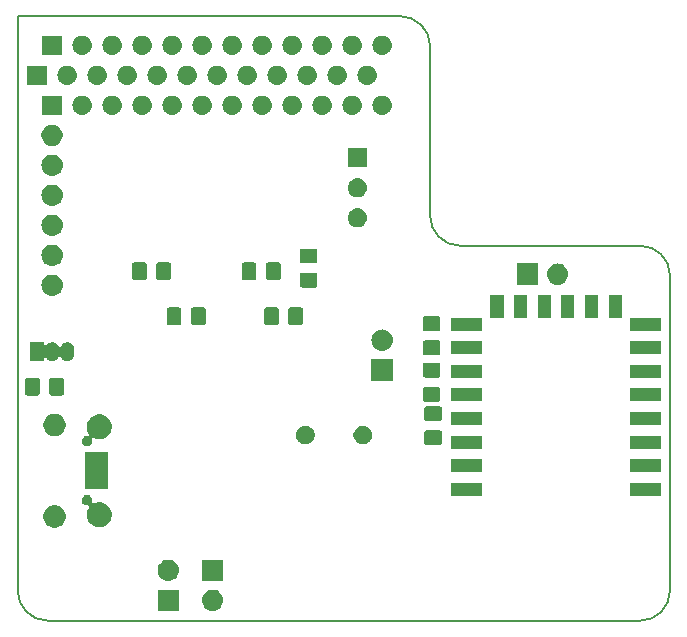
<source format=gbr>
%TF.GenerationSoftware,KiCad,Pcbnew,5.1.4-e60b266~84~ubuntu18.04.1*%
%TF.CreationDate,2019-10-23T15:02:04+02:00*%
%TF.ProjectId,ensaimedia,656e7361-696d-4656-9469-612e6b696361,rev?*%
%TF.SameCoordinates,Original*%
%TF.FileFunction,Soldermask,Top*%
%TF.FilePolarity,Negative*%
%FSLAX46Y46*%
G04 Gerber Fmt 4.6, Leading zero omitted, Abs format (unit mm)*
G04 Created by KiCad (PCBNEW 5.1.4-e60b266~84~ubuntu18.04.1) date 2019-10-23 15:02:04*
%MOMM*%
%LPD*%
G04 APERTURE LIST*
%ADD10C,0.200000*%
%ADD11C,0.150000*%
G04 APERTURE END LIST*
D10*
X140970000Y-61214000D02*
X173355000Y-61214000D01*
X173355000Y-61214000D02*
G75*
G02X175895000Y-63754000I0J-2540000D01*
G01*
X193675000Y-80645000D02*
G75*
G02X196215000Y-83185000I0J-2540000D01*
G01*
X178435000Y-80645000D02*
X193675000Y-80645000D01*
X178435000Y-80645000D02*
G75*
G02X175895000Y-78105000I0J2540000D01*
G01*
X175895000Y-63754000D02*
X175895000Y-78105000D01*
X143510000Y-112395000D02*
G75*
G02X140970000Y-109855000I0J2540000D01*
G01*
X196215000Y-109855000D02*
G75*
G02X193675000Y-112395000I-2540000J0D01*
G01*
X140970000Y-109855000D02*
X140970000Y-61214000D01*
X193675000Y-112395000D02*
X143510000Y-112395000D01*
X196215000Y-83185000D02*
X196215000Y-109855000D01*
D11*
G36*
X157590443Y-109779895D02*
G01*
X157656627Y-109786413D01*
X157826466Y-109837933D01*
X157982991Y-109921598D01*
X158018729Y-109950928D01*
X158120186Y-110034190D01*
X158203448Y-110135647D01*
X158232778Y-110171385D01*
X158316443Y-110327910D01*
X158367963Y-110497749D01*
X158385359Y-110674376D01*
X158367963Y-110851003D01*
X158316443Y-111020842D01*
X158232778Y-111177367D01*
X158203448Y-111213105D01*
X158120186Y-111314562D01*
X158018729Y-111397824D01*
X157982991Y-111427154D01*
X157826466Y-111510819D01*
X157656627Y-111562339D01*
X157590442Y-111568858D01*
X157524260Y-111575376D01*
X157435740Y-111575376D01*
X157369558Y-111568858D01*
X157303373Y-111562339D01*
X157133534Y-111510819D01*
X156977009Y-111427154D01*
X156941271Y-111397824D01*
X156839814Y-111314562D01*
X156756552Y-111213105D01*
X156727222Y-111177367D01*
X156643557Y-111020842D01*
X156592037Y-110851003D01*
X156574641Y-110674376D01*
X156592037Y-110497749D01*
X156643557Y-110327910D01*
X156727222Y-110171385D01*
X156756552Y-110135647D01*
X156839814Y-110034190D01*
X156941271Y-109950928D01*
X156977009Y-109921598D01*
X157133534Y-109837933D01*
X157303373Y-109786413D01*
X157369557Y-109779895D01*
X157435740Y-109773376D01*
X157524260Y-109773376D01*
X157590443Y-109779895D01*
X157590443Y-109779895D01*
G37*
G36*
X154634526Y-111575376D02*
G01*
X152832526Y-111575376D01*
X152832526Y-109773376D01*
X154634526Y-109773376D01*
X154634526Y-111575376D01*
X154634526Y-111575376D01*
G37*
G36*
X158381000Y-109035376D02*
G01*
X156579000Y-109035376D01*
X156579000Y-107233376D01*
X158381000Y-107233376D01*
X158381000Y-109035376D01*
X158381000Y-109035376D01*
G37*
G36*
X153843969Y-107239895D02*
G01*
X153910153Y-107246413D01*
X154079992Y-107297933D01*
X154236517Y-107381598D01*
X154272255Y-107410928D01*
X154373712Y-107494190D01*
X154456974Y-107595647D01*
X154486304Y-107631385D01*
X154569969Y-107787910D01*
X154621489Y-107957749D01*
X154638885Y-108134376D01*
X154621489Y-108311003D01*
X154569969Y-108480842D01*
X154486304Y-108637367D01*
X154456974Y-108673105D01*
X154373712Y-108774562D01*
X154272255Y-108857824D01*
X154236517Y-108887154D01*
X154079992Y-108970819D01*
X153910153Y-109022339D01*
X153843969Y-109028857D01*
X153777786Y-109035376D01*
X153689266Y-109035376D01*
X153623083Y-109028857D01*
X153556899Y-109022339D01*
X153387060Y-108970819D01*
X153230535Y-108887154D01*
X153194797Y-108857824D01*
X153093340Y-108774562D01*
X153010078Y-108673105D01*
X152980748Y-108637367D01*
X152897083Y-108480842D01*
X152845563Y-108311003D01*
X152828167Y-108134376D01*
X152845563Y-107957749D01*
X152897083Y-107787910D01*
X152980748Y-107631385D01*
X153010078Y-107595647D01*
X153093340Y-107494190D01*
X153194797Y-107410928D01*
X153230535Y-107381598D01*
X153387060Y-107297933D01*
X153556899Y-107246413D01*
X153623083Y-107239895D01*
X153689266Y-107233376D01*
X153777786Y-107233376D01*
X153843969Y-107239895D01*
X153843969Y-107239895D01*
G37*
G36*
X144377395Y-102655546D02*
G01*
X144550466Y-102727234D01*
X144550467Y-102727235D01*
X144706227Y-102831310D01*
X144838690Y-102963773D01*
X144838691Y-102963775D01*
X144942766Y-103119534D01*
X145014454Y-103292605D01*
X145051000Y-103476333D01*
X145051000Y-103663667D01*
X145014454Y-103847395D01*
X144942766Y-104020466D01*
X144942765Y-104020467D01*
X144838690Y-104176227D01*
X144706227Y-104308690D01*
X144642331Y-104351384D01*
X144550466Y-104412766D01*
X144377395Y-104484454D01*
X144193667Y-104521000D01*
X144006333Y-104521000D01*
X143822605Y-104484454D01*
X143649534Y-104412766D01*
X143557669Y-104351384D01*
X143493773Y-104308690D01*
X143361310Y-104176227D01*
X143257235Y-104020467D01*
X143257234Y-104020466D01*
X143185546Y-103847395D01*
X143149000Y-103663667D01*
X143149000Y-103476333D01*
X143185546Y-103292605D01*
X143257234Y-103119534D01*
X143361309Y-102963775D01*
X143361310Y-102963773D01*
X143493773Y-102831310D01*
X143649533Y-102727235D01*
X143649534Y-102727234D01*
X143822605Y-102655546D01*
X144006333Y-102619000D01*
X144193667Y-102619000D01*
X144377395Y-102655546D01*
X144377395Y-102655546D01*
G37*
G36*
X146981552Y-101761331D02*
G01*
X147063627Y-101795328D01*
X147063629Y-101795329D01*
X147100813Y-101820175D01*
X147137495Y-101844685D01*
X147200315Y-101907505D01*
X147249672Y-101981373D01*
X147283669Y-102063448D01*
X147301000Y-102150579D01*
X147301000Y-102239421D01*
X147283521Y-102327294D01*
X147281119Y-102351680D01*
X147283521Y-102376066D01*
X147290634Y-102399515D01*
X147302185Y-102421126D01*
X147317730Y-102440068D01*
X147336672Y-102455613D01*
X147358283Y-102467164D01*
X147381732Y-102474277D01*
X147406118Y-102476679D01*
X147430504Y-102474277D01*
X147453953Y-102467164D01*
X147593435Y-102409389D01*
X147796484Y-102369000D01*
X148003516Y-102369000D01*
X148206564Y-102409389D01*
X148383060Y-102482496D01*
X148397835Y-102488616D01*
X148569973Y-102603635D01*
X148716365Y-102750027D01*
X148770677Y-102831310D01*
X148831385Y-102922167D01*
X148910611Y-103113436D01*
X148951000Y-103316484D01*
X148951000Y-103523516D01*
X148910611Y-103726564D01*
X148860561Y-103847395D01*
X148831384Y-103917835D01*
X148716365Y-104089973D01*
X148569973Y-104236365D01*
X148397835Y-104351384D01*
X148397834Y-104351385D01*
X148397833Y-104351385D01*
X148206564Y-104430611D01*
X148003516Y-104471000D01*
X147796484Y-104471000D01*
X147593436Y-104430611D01*
X147402167Y-104351385D01*
X147402166Y-104351385D01*
X147402165Y-104351384D01*
X147230027Y-104236365D01*
X147083635Y-104089973D01*
X146968616Y-103917835D01*
X146939439Y-103847395D01*
X146889389Y-103726564D01*
X146849000Y-103523516D01*
X146849000Y-103316484D01*
X146889389Y-103113436D01*
X146968615Y-102922167D01*
X147025144Y-102837565D01*
X147036695Y-102815954D01*
X147043808Y-102792505D01*
X147046210Y-102768119D01*
X147043808Y-102743733D01*
X147036695Y-102720284D01*
X147025144Y-102698673D01*
X147009599Y-102679731D01*
X146990657Y-102664186D01*
X146969046Y-102652635D01*
X146945597Y-102645522D01*
X146921211Y-102643120D01*
X146896829Y-102645521D01*
X146894420Y-102646000D01*
X146805579Y-102646000D01*
X146718448Y-102628669D01*
X146636373Y-102594672D01*
X146636372Y-102594672D01*
X146636371Y-102594671D01*
X146562504Y-102545314D01*
X146499686Y-102482496D01*
X146450329Y-102408629D01*
X146433914Y-102369000D01*
X146416331Y-102326552D01*
X146399000Y-102239421D01*
X146399000Y-102150579D01*
X146416331Y-102063448D01*
X146450328Y-101981373D01*
X146499685Y-101907505D01*
X146562505Y-101844685D01*
X146599187Y-101820175D01*
X146636371Y-101795329D01*
X146636373Y-101795328D01*
X146718448Y-101761331D01*
X146805579Y-101744000D01*
X146894421Y-101744000D01*
X146981552Y-101761331D01*
X146981552Y-101761331D01*
G37*
G36*
X195464000Y-101841000D02*
G01*
X192862000Y-101841000D01*
X192862000Y-100739000D01*
X195464000Y-100739000D01*
X195464000Y-101841000D01*
X195464000Y-101841000D01*
G37*
G36*
X180264000Y-101841000D02*
G01*
X177662000Y-101841000D01*
X177662000Y-100739000D01*
X180264000Y-100739000D01*
X180264000Y-101841000D01*
X180264000Y-101841000D01*
G37*
G36*
X148651000Y-101271000D02*
G01*
X146649000Y-101271000D01*
X146649000Y-98119000D01*
X148651000Y-98119000D01*
X148651000Y-101271000D01*
X148651000Y-101271000D01*
G37*
G36*
X180264000Y-99841000D02*
G01*
X177662000Y-99841000D01*
X177662000Y-98739000D01*
X180264000Y-98739000D01*
X180264000Y-99841000D01*
X180264000Y-99841000D01*
G37*
G36*
X195464000Y-99841000D02*
G01*
X192862000Y-99841000D01*
X192862000Y-98739000D01*
X195464000Y-98739000D01*
X195464000Y-99841000D01*
X195464000Y-99841000D01*
G37*
G36*
X180264000Y-97841000D02*
G01*
X177662000Y-97841000D01*
X177662000Y-96739000D01*
X180264000Y-96739000D01*
X180264000Y-97841000D01*
X180264000Y-97841000D01*
G37*
G36*
X195464000Y-97841000D02*
G01*
X192862000Y-97841000D01*
X192862000Y-96739000D01*
X195464000Y-96739000D01*
X195464000Y-97841000D01*
X195464000Y-97841000D01*
G37*
G36*
X148206564Y-94959389D02*
G01*
X148397833Y-95038615D01*
X148397835Y-95038616D01*
X148569973Y-95153635D01*
X148716365Y-95300027D01*
X148809980Y-95440131D01*
X148831385Y-95472167D01*
X148910611Y-95663436D01*
X148951000Y-95866484D01*
X148951000Y-96073516D01*
X148910611Y-96276564D01*
X148841108Y-96444359D01*
X148831384Y-96467835D01*
X148716365Y-96639973D01*
X148569973Y-96786365D01*
X148397835Y-96901384D01*
X148397834Y-96901385D01*
X148397833Y-96901385D01*
X148206564Y-96980611D01*
X148003516Y-97021000D01*
X147796484Y-97021000D01*
X147593435Y-96980611D01*
X147453953Y-96922836D01*
X147430504Y-96915723D01*
X147406118Y-96913321D01*
X147381731Y-96915723D01*
X147358283Y-96922836D01*
X147336672Y-96934387D01*
X147317730Y-96949933D01*
X147302185Y-96968875D01*
X147290634Y-96990485D01*
X147283521Y-97013934D01*
X147281119Y-97038320D01*
X147283521Y-97062706D01*
X147301000Y-97150579D01*
X147301000Y-97239421D01*
X147283669Y-97326552D01*
X147249672Y-97408627D01*
X147249671Y-97408629D01*
X147224825Y-97445813D01*
X147202650Y-97479001D01*
X147200314Y-97482496D01*
X147137496Y-97545314D01*
X147063629Y-97594671D01*
X147063628Y-97594672D01*
X147063627Y-97594672D01*
X146981552Y-97628669D01*
X146894421Y-97646000D01*
X146805579Y-97646000D01*
X146718448Y-97628669D01*
X146636373Y-97594672D01*
X146636372Y-97594672D01*
X146636371Y-97594671D01*
X146562504Y-97545314D01*
X146499686Y-97482496D01*
X146497351Y-97479001D01*
X146475175Y-97445813D01*
X146450329Y-97408629D01*
X146450328Y-97408627D01*
X146416331Y-97326552D01*
X146399000Y-97239421D01*
X146399000Y-97150579D01*
X146416331Y-97063448D01*
X146450328Y-96981373D01*
X146450838Y-96980610D01*
X146495799Y-96913321D01*
X146499685Y-96907505D01*
X146562505Y-96844685D01*
X146599187Y-96820175D01*
X146636371Y-96795329D01*
X146636373Y-96795328D01*
X146718448Y-96761331D01*
X146805579Y-96744000D01*
X146894420Y-96744000D01*
X146896829Y-96744479D01*
X146921213Y-96746880D01*
X146945599Y-96744478D01*
X146969048Y-96737364D01*
X146990658Y-96725813D01*
X147009600Y-96710267D01*
X147025145Y-96691325D01*
X147036696Y-96669714D01*
X147043809Y-96646265D01*
X147046210Y-96621879D01*
X147043808Y-96597493D01*
X147036694Y-96574044D01*
X147025144Y-96552435D01*
X146968615Y-96467833D01*
X146889389Y-96276564D01*
X146849000Y-96073516D01*
X146849000Y-95866484D01*
X146889389Y-95663436D01*
X146968615Y-95472167D01*
X146990021Y-95440131D01*
X147083635Y-95300027D01*
X147230027Y-95153635D01*
X147402165Y-95038616D01*
X147402167Y-95038615D01*
X147593436Y-94959389D01*
X147796484Y-94919000D01*
X148003516Y-94919000D01*
X148206564Y-94959389D01*
X148206564Y-94959389D01*
G37*
G36*
X176737674Y-96288465D02*
G01*
X176775367Y-96299899D01*
X176810103Y-96318466D01*
X176840548Y-96343452D01*
X176865534Y-96373897D01*
X176884101Y-96408633D01*
X176895535Y-96446326D01*
X176900000Y-96491661D01*
X176900000Y-97328339D01*
X176895535Y-97373674D01*
X176884101Y-97411367D01*
X176865534Y-97446103D01*
X176840548Y-97476548D01*
X176810103Y-97501534D01*
X176775367Y-97520101D01*
X176737674Y-97531535D01*
X176692339Y-97536000D01*
X175605661Y-97536000D01*
X175560326Y-97531535D01*
X175522633Y-97520101D01*
X175487897Y-97501534D01*
X175457452Y-97476548D01*
X175432466Y-97446103D01*
X175413899Y-97411367D01*
X175402465Y-97373674D01*
X175398000Y-97328339D01*
X175398000Y-96491661D01*
X175402465Y-96446326D01*
X175413899Y-96408633D01*
X175432466Y-96373897D01*
X175457452Y-96343452D01*
X175487897Y-96318466D01*
X175522633Y-96299899D01*
X175560326Y-96288465D01*
X175605661Y-96284000D01*
X176692339Y-96284000D01*
X176737674Y-96288465D01*
X176737674Y-96288465D01*
G37*
G36*
X165561723Y-95907782D02*
G01*
X165707495Y-95968163D01*
X165707497Y-95968164D01*
X165838689Y-96055823D01*
X165950259Y-96167393D01*
X166031156Y-96288465D01*
X166037919Y-96298587D01*
X166098300Y-96444359D01*
X166129081Y-96599108D01*
X166129081Y-96756894D01*
X166098300Y-96911643D01*
X166045828Y-97038320D01*
X166037918Y-97057417D01*
X165950259Y-97188609D01*
X165838689Y-97300179D01*
X165707497Y-97387838D01*
X165707496Y-97387839D01*
X165707495Y-97387839D01*
X165561723Y-97448220D01*
X165406974Y-97479001D01*
X165249188Y-97479001D01*
X165094439Y-97448220D01*
X164948667Y-97387839D01*
X164948666Y-97387839D01*
X164948665Y-97387838D01*
X164817473Y-97300179D01*
X164705903Y-97188609D01*
X164618244Y-97057417D01*
X164610334Y-97038320D01*
X164557862Y-96911643D01*
X164527081Y-96756894D01*
X164527081Y-96599108D01*
X164557862Y-96444359D01*
X164618243Y-96298587D01*
X164625006Y-96288465D01*
X164705903Y-96167393D01*
X164817473Y-96055823D01*
X164948665Y-95968164D01*
X164948667Y-95968163D01*
X165094439Y-95907782D01*
X165249188Y-95877001D01*
X165406974Y-95877001D01*
X165561723Y-95907782D01*
X165561723Y-95907782D01*
G37*
G36*
X170441723Y-95907782D02*
G01*
X170587495Y-95968163D01*
X170587497Y-95968164D01*
X170718689Y-96055823D01*
X170830259Y-96167393D01*
X170911156Y-96288465D01*
X170917919Y-96298587D01*
X170978300Y-96444359D01*
X171009081Y-96599108D01*
X171009081Y-96756894D01*
X170978300Y-96911643D01*
X170925828Y-97038320D01*
X170917918Y-97057417D01*
X170830259Y-97188609D01*
X170718689Y-97300179D01*
X170587497Y-97387838D01*
X170587496Y-97387839D01*
X170587495Y-97387839D01*
X170441723Y-97448220D01*
X170286974Y-97479001D01*
X170129188Y-97479001D01*
X169974439Y-97448220D01*
X169828667Y-97387839D01*
X169828666Y-97387839D01*
X169828665Y-97387838D01*
X169697473Y-97300179D01*
X169585903Y-97188609D01*
X169498244Y-97057417D01*
X169490334Y-97038320D01*
X169437862Y-96911643D01*
X169407081Y-96756894D01*
X169407081Y-96599108D01*
X169437862Y-96444359D01*
X169498243Y-96298587D01*
X169505006Y-96288465D01*
X169585903Y-96167393D01*
X169697473Y-96055823D01*
X169828665Y-95968164D01*
X169828667Y-95968163D01*
X169974439Y-95907782D01*
X170129188Y-95877001D01*
X170286974Y-95877001D01*
X170441723Y-95907782D01*
X170441723Y-95907782D01*
G37*
G36*
X144377395Y-94905546D02*
G01*
X144550466Y-94977234D01*
X144550467Y-94977235D01*
X144706227Y-95081310D01*
X144838690Y-95213773D01*
X144838691Y-95213775D01*
X144942766Y-95369534D01*
X145014454Y-95542605D01*
X145051000Y-95726333D01*
X145051000Y-95913667D01*
X145014454Y-96097395D01*
X144942766Y-96270466D01*
X144910693Y-96318466D01*
X144838690Y-96426227D01*
X144706227Y-96558690D01*
X144683248Y-96574044D01*
X144550466Y-96662766D01*
X144377395Y-96734454D01*
X144193667Y-96771000D01*
X144006333Y-96771000D01*
X143822605Y-96734454D01*
X143649534Y-96662766D01*
X143516752Y-96574044D01*
X143493773Y-96558690D01*
X143361310Y-96426227D01*
X143289307Y-96318466D01*
X143257234Y-96270466D01*
X143185546Y-96097395D01*
X143149000Y-95913667D01*
X143149000Y-95726333D01*
X143185546Y-95542605D01*
X143257234Y-95369534D01*
X143361309Y-95213775D01*
X143361310Y-95213773D01*
X143493773Y-95081310D01*
X143649533Y-94977235D01*
X143649534Y-94977234D01*
X143822605Y-94905546D01*
X144006333Y-94869000D01*
X144193667Y-94869000D01*
X144377395Y-94905546D01*
X144377395Y-94905546D01*
G37*
G36*
X195464000Y-95841000D02*
G01*
X192862000Y-95841000D01*
X192862000Y-94739000D01*
X195464000Y-94739000D01*
X195464000Y-95841000D01*
X195464000Y-95841000D01*
G37*
G36*
X180264000Y-95841000D02*
G01*
X177662000Y-95841000D01*
X177662000Y-94739000D01*
X180264000Y-94739000D01*
X180264000Y-95841000D01*
X180264000Y-95841000D01*
G37*
G36*
X176737674Y-94238465D02*
G01*
X176775367Y-94249899D01*
X176810103Y-94268466D01*
X176840548Y-94293452D01*
X176865534Y-94323897D01*
X176884101Y-94358633D01*
X176895535Y-94396326D01*
X176900000Y-94441661D01*
X176900000Y-95278339D01*
X176895535Y-95323674D01*
X176884101Y-95361367D01*
X176865534Y-95396103D01*
X176840548Y-95426548D01*
X176810103Y-95451534D01*
X176775367Y-95470101D01*
X176737674Y-95481535D01*
X176692339Y-95486000D01*
X175605661Y-95486000D01*
X175560326Y-95481535D01*
X175522633Y-95470101D01*
X175487897Y-95451534D01*
X175457452Y-95426548D01*
X175432466Y-95396103D01*
X175413899Y-95361367D01*
X175402465Y-95323674D01*
X175398000Y-95278339D01*
X175398000Y-94441661D01*
X175402465Y-94396326D01*
X175413899Y-94358633D01*
X175432466Y-94323897D01*
X175457452Y-94293452D01*
X175487897Y-94268466D01*
X175522633Y-94249899D01*
X175560326Y-94238465D01*
X175605661Y-94234000D01*
X176692339Y-94234000D01*
X176737674Y-94238465D01*
X176737674Y-94238465D01*
G37*
G36*
X176610674Y-92614465D02*
G01*
X176648367Y-92625899D01*
X176683103Y-92644466D01*
X176713548Y-92669452D01*
X176738534Y-92699897D01*
X176757101Y-92734633D01*
X176768535Y-92772326D01*
X176773000Y-92817661D01*
X176773000Y-93654339D01*
X176768535Y-93699674D01*
X176757101Y-93737367D01*
X176738534Y-93772103D01*
X176713548Y-93802548D01*
X176683103Y-93827534D01*
X176648367Y-93846101D01*
X176610674Y-93857535D01*
X176565339Y-93862000D01*
X175478661Y-93862000D01*
X175433326Y-93857535D01*
X175395633Y-93846101D01*
X175360897Y-93827534D01*
X175330452Y-93802548D01*
X175305466Y-93772103D01*
X175286899Y-93737367D01*
X175275465Y-93699674D01*
X175271000Y-93654339D01*
X175271000Y-92817661D01*
X175275465Y-92772326D01*
X175286899Y-92734633D01*
X175305466Y-92699897D01*
X175330452Y-92669452D01*
X175360897Y-92644466D01*
X175395633Y-92625899D01*
X175433326Y-92614465D01*
X175478661Y-92610000D01*
X176565339Y-92610000D01*
X176610674Y-92614465D01*
X176610674Y-92614465D01*
G37*
G36*
X180264000Y-93841000D02*
G01*
X177662000Y-93841000D01*
X177662000Y-92739000D01*
X180264000Y-92739000D01*
X180264000Y-93841000D01*
X180264000Y-93841000D01*
G37*
G36*
X195464000Y-93841000D02*
G01*
X192862000Y-93841000D01*
X192862000Y-92739000D01*
X195464000Y-92739000D01*
X195464000Y-93841000D01*
X195464000Y-93841000D01*
G37*
G36*
X142685674Y-91836465D02*
G01*
X142723367Y-91847899D01*
X142758103Y-91866466D01*
X142788548Y-91891452D01*
X142813534Y-91921897D01*
X142832101Y-91956633D01*
X142843535Y-91994326D01*
X142848000Y-92039661D01*
X142848000Y-93126339D01*
X142843535Y-93171674D01*
X142832101Y-93209367D01*
X142813534Y-93244103D01*
X142788548Y-93274548D01*
X142758103Y-93299534D01*
X142723367Y-93318101D01*
X142685674Y-93329535D01*
X142640339Y-93334000D01*
X141803661Y-93334000D01*
X141758326Y-93329535D01*
X141720633Y-93318101D01*
X141685897Y-93299534D01*
X141655452Y-93274548D01*
X141630466Y-93244103D01*
X141611899Y-93209367D01*
X141600465Y-93171674D01*
X141596000Y-93126339D01*
X141596000Y-92039661D01*
X141600465Y-91994326D01*
X141611899Y-91956633D01*
X141630466Y-91921897D01*
X141655452Y-91891452D01*
X141685897Y-91866466D01*
X141720633Y-91847899D01*
X141758326Y-91836465D01*
X141803661Y-91832000D01*
X142640339Y-91832000D01*
X142685674Y-91836465D01*
X142685674Y-91836465D01*
G37*
G36*
X144735674Y-91836465D02*
G01*
X144773367Y-91847899D01*
X144808103Y-91866466D01*
X144838548Y-91891452D01*
X144863534Y-91921897D01*
X144882101Y-91956633D01*
X144893535Y-91994326D01*
X144898000Y-92039661D01*
X144898000Y-93126339D01*
X144893535Y-93171674D01*
X144882101Y-93209367D01*
X144863534Y-93244103D01*
X144838548Y-93274548D01*
X144808103Y-93299534D01*
X144773367Y-93318101D01*
X144735674Y-93329535D01*
X144690339Y-93334000D01*
X143853661Y-93334000D01*
X143808326Y-93329535D01*
X143770633Y-93318101D01*
X143735897Y-93299534D01*
X143705452Y-93274548D01*
X143680466Y-93244103D01*
X143661899Y-93209367D01*
X143650465Y-93171674D01*
X143646000Y-93126339D01*
X143646000Y-92039661D01*
X143650465Y-91994326D01*
X143661899Y-91956633D01*
X143680466Y-91921897D01*
X143705452Y-91891452D01*
X143735897Y-91866466D01*
X143770633Y-91847899D01*
X143808326Y-91836465D01*
X143853661Y-91832000D01*
X144690339Y-91832000D01*
X144735674Y-91836465D01*
X144735674Y-91836465D01*
G37*
G36*
X172732000Y-92087000D02*
G01*
X170930000Y-92087000D01*
X170930000Y-90285000D01*
X172732000Y-90285000D01*
X172732000Y-92087000D01*
X172732000Y-92087000D01*
G37*
G36*
X180264000Y-91841000D02*
G01*
X177662000Y-91841000D01*
X177662000Y-90739000D01*
X180264000Y-90739000D01*
X180264000Y-91841000D01*
X180264000Y-91841000D01*
G37*
G36*
X195464000Y-91841000D02*
G01*
X192862000Y-91841000D01*
X192862000Y-90739000D01*
X195464000Y-90739000D01*
X195464000Y-91841000D01*
X195464000Y-91841000D01*
G37*
G36*
X176610674Y-90564465D02*
G01*
X176648367Y-90575899D01*
X176683103Y-90594466D01*
X176713548Y-90619452D01*
X176738534Y-90649897D01*
X176757101Y-90684633D01*
X176768535Y-90722326D01*
X176773000Y-90767661D01*
X176773000Y-91604339D01*
X176768535Y-91649674D01*
X176757101Y-91687367D01*
X176738534Y-91722103D01*
X176713548Y-91752548D01*
X176683103Y-91777534D01*
X176648367Y-91796101D01*
X176610674Y-91807535D01*
X176565339Y-91812000D01*
X175478661Y-91812000D01*
X175433326Y-91807535D01*
X175395633Y-91796101D01*
X175360897Y-91777534D01*
X175330452Y-91752548D01*
X175305466Y-91722103D01*
X175286899Y-91687367D01*
X175275465Y-91649674D01*
X175271000Y-91604339D01*
X175271000Y-90767661D01*
X175275465Y-90722326D01*
X175286899Y-90684633D01*
X175305466Y-90649897D01*
X175330452Y-90619452D01*
X175360897Y-90594466D01*
X175395633Y-90575899D01*
X175433326Y-90564465D01*
X175478661Y-90560000D01*
X176565339Y-90560000D01*
X176610674Y-90564465D01*
X176610674Y-90564465D01*
G37*
G36*
X145286615Y-88831234D02*
G01*
X145395191Y-88864171D01*
X145395194Y-88864172D01*
X145430558Y-88883075D01*
X145495256Y-88917656D01*
X145582964Y-88989636D01*
X145654944Y-89077343D01*
X145689129Y-89141299D01*
X145708428Y-89177405D01*
X145708429Y-89177408D01*
X145741366Y-89285984D01*
X145749700Y-89370602D01*
X145749700Y-89877197D01*
X145741366Y-89961816D01*
X145708952Y-90068667D01*
X145708428Y-90070395D01*
X145698461Y-90089041D01*
X145654944Y-90170457D01*
X145582964Y-90258164D01*
X145495257Y-90330144D01*
X145431301Y-90364329D01*
X145395195Y-90383628D01*
X145395192Y-90383629D01*
X145286616Y-90416566D01*
X145173700Y-90427687D01*
X145060785Y-90416566D01*
X144952209Y-90383629D01*
X144952206Y-90383628D01*
X144916100Y-90364329D01*
X144852144Y-90330144D01*
X144764437Y-90258164D01*
X144692457Y-90170457D01*
X144648939Y-90089041D01*
X144635325Y-90068666D01*
X144617998Y-90051339D01*
X144597624Y-90037726D01*
X144574985Y-90028348D01*
X144550952Y-90023568D01*
X144526448Y-90023568D01*
X144502415Y-90028348D01*
X144479776Y-90037726D01*
X144459401Y-90051340D01*
X144442074Y-90068667D01*
X144428461Y-90089041D01*
X144384944Y-90170457D01*
X144312964Y-90258164D01*
X144225257Y-90330144D01*
X144161301Y-90364329D01*
X144125195Y-90383628D01*
X144125192Y-90383629D01*
X144016616Y-90416566D01*
X143903700Y-90427687D01*
X143790785Y-90416566D01*
X143682209Y-90383629D01*
X143682206Y-90383628D01*
X143646100Y-90364329D01*
X143582144Y-90330144D01*
X143494437Y-90258164D01*
X143431322Y-90181259D01*
X143413997Y-90163934D01*
X143393623Y-90150320D01*
X143370984Y-90140943D01*
X143346950Y-90136163D01*
X143322446Y-90136163D01*
X143298413Y-90140944D01*
X143275774Y-90150321D01*
X143255400Y-90163935D01*
X143238073Y-90181262D01*
X143224459Y-90201636D01*
X143215082Y-90224275D01*
X143209700Y-90260560D01*
X143209700Y-90424900D01*
X142057700Y-90424900D01*
X142057700Y-88822900D01*
X143209700Y-88822900D01*
X143209700Y-88987241D01*
X143212102Y-89011627D01*
X143219215Y-89035076D01*
X143230766Y-89056687D01*
X143246311Y-89075629D01*
X143265253Y-89091174D01*
X143286864Y-89102725D01*
X143310313Y-89109838D01*
X143334699Y-89112240D01*
X143359085Y-89109838D01*
X143382534Y-89102725D01*
X143404145Y-89091174D01*
X143423087Y-89075629D01*
X143431308Y-89066557D01*
X143494436Y-88989636D01*
X143582143Y-88917656D01*
X143646841Y-88883075D01*
X143682205Y-88864172D01*
X143682208Y-88864171D01*
X143790784Y-88831234D01*
X143903700Y-88820113D01*
X144016615Y-88831234D01*
X144125191Y-88864171D01*
X144125194Y-88864172D01*
X144160558Y-88883075D01*
X144225256Y-88917656D01*
X144312964Y-88989636D01*
X144384944Y-89077343D01*
X144423239Y-89148989D01*
X144428461Y-89158759D01*
X144442075Y-89179134D01*
X144459402Y-89196461D01*
X144479776Y-89210074D01*
X144502415Y-89219452D01*
X144526448Y-89224232D01*
X144550952Y-89224232D01*
X144574985Y-89219452D01*
X144597624Y-89210074D01*
X144617999Y-89196460D01*
X144635326Y-89179133D01*
X144648939Y-89158760D01*
X144692456Y-89077344D01*
X144764436Y-88989636D01*
X144852143Y-88917656D01*
X144916841Y-88883075D01*
X144952205Y-88864172D01*
X144952208Y-88864171D01*
X145060784Y-88831234D01*
X145173700Y-88820113D01*
X145286615Y-88831234D01*
X145286615Y-88831234D01*
G37*
G36*
X176610674Y-88668465D02*
G01*
X176648367Y-88679899D01*
X176683103Y-88698466D01*
X176713548Y-88723452D01*
X176738534Y-88753897D01*
X176757101Y-88788633D01*
X176768535Y-88826326D01*
X176773000Y-88871661D01*
X176773000Y-89708339D01*
X176768535Y-89753674D01*
X176757101Y-89791367D01*
X176738534Y-89826103D01*
X176713548Y-89856548D01*
X176683103Y-89881534D01*
X176648367Y-89900101D01*
X176610674Y-89911535D01*
X176565339Y-89916000D01*
X175478661Y-89916000D01*
X175433326Y-89911535D01*
X175395633Y-89900101D01*
X175360897Y-89881534D01*
X175330452Y-89856548D01*
X175305466Y-89826103D01*
X175286899Y-89791367D01*
X175275465Y-89753674D01*
X175271000Y-89708339D01*
X175271000Y-88871661D01*
X175275465Y-88826326D01*
X175286899Y-88788633D01*
X175305466Y-88753897D01*
X175330452Y-88723452D01*
X175360897Y-88698466D01*
X175395633Y-88679899D01*
X175433326Y-88668465D01*
X175478661Y-88664000D01*
X176565339Y-88664000D01*
X176610674Y-88668465D01*
X176610674Y-88668465D01*
G37*
G36*
X195464000Y-89841000D02*
G01*
X192862000Y-89841000D01*
X192862000Y-88739000D01*
X195464000Y-88739000D01*
X195464000Y-89841000D01*
X195464000Y-89841000D01*
G37*
G36*
X180264000Y-89841000D02*
G01*
X177662000Y-89841000D01*
X177662000Y-88739000D01*
X180264000Y-88739000D01*
X180264000Y-89841000D01*
X180264000Y-89841000D01*
G37*
G36*
X171941442Y-87751518D02*
G01*
X172007627Y-87758037D01*
X172177466Y-87809557D01*
X172177468Y-87809558D01*
X172218582Y-87831534D01*
X172333991Y-87893222D01*
X172369729Y-87922552D01*
X172471186Y-88005814D01*
X172554448Y-88107271D01*
X172583778Y-88143009D01*
X172667443Y-88299534D01*
X172718963Y-88469373D01*
X172736359Y-88646000D01*
X172718963Y-88822627D01*
X172667443Y-88992466D01*
X172583778Y-89148991D01*
X172560456Y-89177409D01*
X172471186Y-89286186D01*
X172369729Y-89369448D01*
X172333991Y-89398778D01*
X172177466Y-89482443D01*
X172007627Y-89533963D01*
X171941442Y-89540482D01*
X171875260Y-89547000D01*
X171786740Y-89547000D01*
X171720558Y-89540482D01*
X171654373Y-89533963D01*
X171484534Y-89482443D01*
X171328009Y-89398778D01*
X171292271Y-89369448D01*
X171190814Y-89286186D01*
X171101544Y-89177409D01*
X171078222Y-89148991D01*
X170994557Y-88992466D01*
X170943037Y-88822627D01*
X170925641Y-88646000D01*
X170943037Y-88469373D01*
X170994557Y-88299534D01*
X171078222Y-88143009D01*
X171107552Y-88107271D01*
X171190814Y-88005814D01*
X171292271Y-87922552D01*
X171328009Y-87893222D01*
X171443418Y-87831534D01*
X171484532Y-87809558D01*
X171484534Y-87809557D01*
X171654373Y-87758037D01*
X171720558Y-87751518D01*
X171786740Y-87745000D01*
X171875260Y-87745000D01*
X171941442Y-87751518D01*
X171941442Y-87751518D01*
G37*
G36*
X176610674Y-86618465D02*
G01*
X176648367Y-86629899D01*
X176683103Y-86648466D01*
X176713548Y-86673452D01*
X176738534Y-86703897D01*
X176757101Y-86738633D01*
X176768535Y-86776326D01*
X176773000Y-86821661D01*
X176773000Y-87658339D01*
X176768535Y-87703674D01*
X176757101Y-87741367D01*
X176738534Y-87776103D01*
X176713548Y-87806548D01*
X176683103Y-87831534D01*
X176648367Y-87850101D01*
X176610674Y-87861535D01*
X176565339Y-87866000D01*
X175478661Y-87866000D01*
X175433326Y-87861535D01*
X175395633Y-87850101D01*
X175360897Y-87831534D01*
X175330452Y-87806548D01*
X175305466Y-87776103D01*
X175286899Y-87741367D01*
X175275465Y-87703674D01*
X175271000Y-87658339D01*
X175271000Y-86821661D01*
X175275465Y-86776326D01*
X175286899Y-86738633D01*
X175305466Y-86703897D01*
X175330452Y-86673452D01*
X175360897Y-86648466D01*
X175395633Y-86629899D01*
X175433326Y-86618465D01*
X175478661Y-86614000D01*
X176565339Y-86614000D01*
X176610674Y-86618465D01*
X176610674Y-86618465D01*
G37*
G36*
X180264000Y-87841000D02*
G01*
X177662000Y-87841000D01*
X177662000Y-86739000D01*
X180264000Y-86739000D01*
X180264000Y-87841000D01*
X180264000Y-87841000D01*
G37*
G36*
X195464000Y-87841000D02*
G01*
X192862000Y-87841000D01*
X192862000Y-86739000D01*
X195464000Y-86739000D01*
X195464000Y-87841000D01*
X195464000Y-87841000D01*
G37*
G36*
X162934701Y-85877840D02*
G01*
X162972394Y-85889274D01*
X163007130Y-85907841D01*
X163037575Y-85932827D01*
X163062561Y-85963272D01*
X163081128Y-85998008D01*
X163092562Y-86035701D01*
X163097027Y-86081036D01*
X163097027Y-87167714D01*
X163092562Y-87213049D01*
X163081128Y-87250742D01*
X163062561Y-87285478D01*
X163037575Y-87315923D01*
X163007130Y-87340909D01*
X162972394Y-87359476D01*
X162934701Y-87370910D01*
X162889366Y-87375375D01*
X162052688Y-87375375D01*
X162007353Y-87370910D01*
X161969660Y-87359476D01*
X161934924Y-87340909D01*
X161904479Y-87315923D01*
X161879493Y-87285478D01*
X161860926Y-87250742D01*
X161849492Y-87213049D01*
X161845027Y-87167714D01*
X161845027Y-86081036D01*
X161849492Y-86035701D01*
X161860926Y-85998008D01*
X161879493Y-85963272D01*
X161904479Y-85932827D01*
X161934924Y-85907841D01*
X161969660Y-85889274D01*
X162007353Y-85877840D01*
X162052688Y-85873375D01*
X162889366Y-85873375D01*
X162934701Y-85877840D01*
X162934701Y-85877840D01*
G37*
G36*
X156729701Y-85877840D02*
G01*
X156767394Y-85889274D01*
X156802130Y-85907841D01*
X156832575Y-85932827D01*
X156857561Y-85963272D01*
X156876128Y-85998008D01*
X156887562Y-86035701D01*
X156892027Y-86081036D01*
X156892027Y-87167714D01*
X156887562Y-87213049D01*
X156876128Y-87250742D01*
X156857561Y-87285478D01*
X156832575Y-87315923D01*
X156802130Y-87340909D01*
X156767394Y-87359476D01*
X156729701Y-87370910D01*
X156684366Y-87375375D01*
X155847688Y-87375375D01*
X155802353Y-87370910D01*
X155764660Y-87359476D01*
X155729924Y-87340909D01*
X155699479Y-87315923D01*
X155674493Y-87285478D01*
X155655926Y-87250742D01*
X155644492Y-87213049D01*
X155640027Y-87167714D01*
X155640027Y-86081036D01*
X155644492Y-86035701D01*
X155655926Y-85998008D01*
X155674493Y-85963272D01*
X155699479Y-85932827D01*
X155729924Y-85907841D01*
X155764660Y-85889274D01*
X155802353Y-85877840D01*
X155847688Y-85873375D01*
X156684366Y-85873375D01*
X156729701Y-85877840D01*
X156729701Y-85877840D01*
G37*
G36*
X164984701Y-85877840D02*
G01*
X165022394Y-85889274D01*
X165057130Y-85907841D01*
X165087575Y-85932827D01*
X165112561Y-85963272D01*
X165131128Y-85998008D01*
X165142562Y-86035701D01*
X165147027Y-86081036D01*
X165147027Y-87167714D01*
X165142562Y-87213049D01*
X165131128Y-87250742D01*
X165112561Y-87285478D01*
X165087575Y-87315923D01*
X165057130Y-87340909D01*
X165022394Y-87359476D01*
X164984701Y-87370910D01*
X164939366Y-87375375D01*
X164102688Y-87375375D01*
X164057353Y-87370910D01*
X164019660Y-87359476D01*
X163984924Y-87340909D01*
X163954479Y-87315923D01*
X163929493Y-87285478D01*
X163910926Y-87250742D01*
X163899492Y-87213049D01*
X163895027Y-87167714D01*
X163895027Y-86081036D01*
X163899492Y-86035701D01*
X163910926Y-85998008D01*
X163929493Y-85963272D01*
X163954479Y-85932827D01*
X163984924Y-85907841D01*
X164019660Y-85889274D01*
X164057353Y-85877840D01*
X164102688Y-85873375D01*
X164939366Y-85873375D01*
X164984701Y-85877840D01*
X164984701Y-85877840D01*
G37*
G36*
X154679701Y-85877840D02*
G01*
X154717394Y-85889274D01*
X154752130Y-85907841D01*
X154782575Y-85932827D01*
X154807561Y-85963272D01*
X154826128Y-85998008D01*
X154837562Y-86035701D01*
X154842027Y-86081036D01*
X154842027Y-87167714D01*
X154837562Y-87213049D01*
X154826128Y-87250742D01*
X154807561Y-87285478D01*
X154782575Y-87315923D01*
X154752130Y-87340909D01*
X154717394Y-87359476D01*
X154679701Y-87370910D01*
X154634366Y-87375375D01*
X153797688Y-87375375D01*
X153752353Y-87370910D01*
X153714660Y-87359476D01*
X153679924Y-87340909D01*
X153649479Y-87315923D01*
X153624493Y-87285478D01*
X153605926Y-87250742D01*
X153594492Y-87213049D01*
X153590027Y-87167714D01*
X153590027Y-86081036D01*
X153594492Y-86035701D01*
X153605926Y-85998008D01*
X153624493Y-85963272D01*
X153649479Y-85932827D01*
X153679924Y-85907841D01*
X153714660Y-85889274D01*
X153752353Y-85877840D01*
X153797688Y-85873375D01*
X154634366Y-85873375D01*
X154679701Y-85877840D01*
X154679701Y-85877840D01*
G37*
G36*
X192114000Y-86741000D02*
G01*
X191012000Y-86741000D01*
X191012000Y-84839000D01*
X192114000Y-84839000D01*
X192114000Y-86741000D01*
X192114000Y-86741000D01*
G37*
G36*
X190114000Y-86741000D02*
G01*
X189012000Y-86741000D01*
X189012000Y-84839000D01*
X190114000Y-84839000D01*
X190114000Y-86741000D01*
X190114000Y-86741000D01*
G37*
G36*
X188114000Y-86741000D02*
G01*
X187012000Y-86741000D01*
X187012000Y-84839000D01*
X188114000Y-84839000D01*
X188114000Y-86741000D01*
X188114000Y-86741000D01*
G37*
G36*
X182114000Y-86741000D02*
G01*
X181012000Y-86741000D01*
X181012000Y-84839000D01*
X182114000Y-84839000D01*
X182114000Y-86741000D01*
X182114000Y-86741000D01*
G37*
G36*
X184114000Y-86741000D02*
G01*
X183012000Y-86741000D01*
X183012000Y-84839000D01*
X184114000Y-84839000D01*
X184114000Y-86741000D01*
X184114000Y-86741000D01*
G37*
G36*
X186114000Y-86741000D02*
G01*
X185012000Y-86741000D01*
X185012000Y-84839000D01*
X186114000Y-84839000D01*
X186114000Y-86741000D01*
X186114000Y-86741000D01*
G37*
G36*
X144001469Y-83109895D02*
G01*
X144067653Y-83116413D01*
X144237492Y-83167933D01*
X144394017Y-83251598D01*
X144429755Y-83280928D01*
X144531212Y-83364190D01*
X144597048Y-83444413D01*
X144643804Y-83501385D01*
X144727469Y-83657910D01*
X144778989Y-83827749D01*
X144796385Y-84004376D01*
X144778989Y-84181003D01*
X144727469Y-84350842D01*
X144643804Y-84507367D01*
X144614474Y-84543105D01*
X144531212Y-84644562D01*
X144429755Y-84727824D01*
X144394017Y-84757154D01*
X144237492Y-84840819D01*
X144067653Y-84892339D01*
X144001469Y-84898857D01*
X143935286Y-84905376D01*
X143846766Y-84905376D01*
X143780583Y-84898857D01*
X143714399Y-84892339D01*
X143544560Y-84840819D01*
X143388035Y-84757154D01*
X143352297Y-84727824D01*
X143250840Y-84644562D01*
X143167578Y-84543105D01*
X143138248Y-84507367D01*
X143054583Y-84350842D01*
X143003063Y-84181003D01*
X142985667Y-84004376D01*
X143003063Y-83827749D01*
X143054583Y-83657910D01*
X143138248Y-83501385D01*
X143185004Y-83444413D01*
X143250840Y-83364190D01*
X143352297Y-83280928D01*
X143388035Y-83251598D01*
X143544560Y-83167933D01*
X143714399Y-83116413D01*
X143780583Y-83109895D01*
X143846766Y-83103376D01*
X143935286Y-83103376D01*
X144001469Y-83109895D01*
X144001469Y-83109895D01*
G37*
G36*
X166197148Y-82944454D02*
G01*
X166234728Y-82955854D01*
X166269364Y-82974367D01*
X166299720Y-82999280D01*
X166324633Y-83029636D01*
X166343146Y-83064272D01*
X166354546Y-83101852D01*
X166359000Y-83147075D01*
X166359000Y-83984925D01*
X166354546Y-84030148D01*
X166343146Y-84067728D01*
X166324633Y-84102364D01*
X166299720Y-84132720D01*
X166269364Y-84157633D01*
X166234728Y-84176146D01*
X166197148Y-84187546D01*
X166151925Y-84192000D01*
X165064075Y-84192000D01*
X165018852Y-84187546D01*
X164981272Y-84176146D01*
X164946636Y-84157633D01*
X164916280Y-84132720D01*
X164891367Y-84102364D01*
X164872854Y-84067728D01*
X164861454Y-84030148D01*
X164857000Y-83984925D01*
X164857000Y-83147075D01*
X164861454Y-83101852D01*
X164872854Y-83064272D01*
X164891367Y-83029636D01*
X164916280Y-82999280D01*
X164946636Y-82974367D01*
X164981272Y-82955854D01*
X165018852Y-82944454D01*
X165064075Y-82940000D01*
X166151925Y-82940000D01*
X166197148Y-82944454D01*
X166197148Y-82944454D01*
G37*
G36*
X185051000Y-83959000D02*
G01*
X183249000Y-83959000D01*
X183249000Y-82157000D01*
X185051000Y-82157000D01*
X185051000Y-83959000D01*
X185051000Y-83959000D01*
G37*
G36*
X186800442Y-82163518D02*
G01*
X186866627Y-82170037D01*
X187036466Y-82221557D01*
X187192991Y-82305222D01*
X187228729Y-82334552D01*
X187330186Y-82417814D01*
X187413448Y-82519271D01*
X187442778Y-82555009D01*
X187526443Y-82711534D01*
X187577963Y-82881373D01*
X187595359Y-83058000D01*
X187577963Y-83234627D01*
X187526443Y-83404466D01*
X187442778Y-83560991D01*
X187439180Y-83565375D01*
X187330186Y-83698186D01*
X187228729Y-83781448D01*
X187192991Y-83810778D01*
X187036466Y-83894443D01*
X186866627Y-83945963D01*
X186800442Y-83952482D01*
X186734260Y-83959000D01*
X186645740Y-83959000D01*
X186579558Y-83952482D01*
X186513373Y-83945963D01*
X186343534Y-83894443D01*
X186187009Y-83810778D01*
X186151271Y-83781448D01*
X186049814Y-83698186D01*
X185940820Y-83565375D01*
X185937222Y-83560991D01*
X185853557Y-83404466D01*
X185802037Y-83234627D01*
X185784641Y-83058000D01*
X185802037Y-82881373D01*
X185853557Y-82711534D01*
X185937222Y-82555009D01*
X185966552Y-82519271D01*
X186049814Y-82417814D01*
X186151271Y-82334552D01*
X186187009Y-82305222D01*
X186343534Y-82221557D01*
X186513373Y-82170037D01*
X186579558Y-82163518D01*
X186645740Y-82157000D01*
X186734260Y-82157000D01*
X186800442Y-82163518D01*
X186800442Y-82163518D01*
G37*
G36*
X161029701Y-82067840D02*
G01*
X161067394Y-82079274D01*
X161102130Y-82097841D01*
X161132575Y-82122827D01*
X161157561Y-82153272D01*
X161176128Y-82188008D01*
X161187562Y-82225701D01*
X161192027Y-82271036D01*
X161192027Y-83357714D01*
X161187562Y-83403049D01*
X161176128Y-83440742D01*
X161157561Y-83475478D01*
X161132575Y-83505923D01*
X161102130Y-83530909D01*
X161067394Y-83549476D01*
X161029701Y-83560910D01*
X160984366Y-83565375D01*
X160147688Y-83565375D01*
X160102353Y-83560910D01*
X160064660Y-83549476D01*
X160029924Y-83530909D01*
X159999479Y-83505923D01*
X159974493Y-83475478D01*
X159955926Y-83440742D01*
X159944492Y-83403049D01*
X159940027Y-83357714D01*
X159940027Y-82271036D01*
X159944492Y-82225701D01*
X159955926Y-82188008D01*
X159974493Y-82153272D01*
X159999479Y-82122827D01*
X160029924Y-82097841D01*
X160064660Y-82079274D01*
X160102353Y-82067840D01*
X160147688Y-82063375D01*
X160984366Y-82063375D01*
X161029701Y-82067840D01*
X161029701Y-82067840D01*
G37*
G36*
X163079701Y-82067840D02*
G01*
X163117394Y-82079274D01*
X163152130Y-82097841D01*
X163182575Y-82122827D01*
X163207561Y-82153272D01*
X163226128Y-82188008D01*
X163237562Y-82225701D01*
X163242027Y-82271036D01*
X163242027Y-83357714D01*
X163237562Y-83403049D01*
X163226128Y-83440742D01*
X163207561Y-83475478D01*
X163182575Y-83505923D01*
X163152130Y-83530909D01*
X163117394Y-83549476D01*
X163079701Y-83560910D01*
X163034366Y-83565375D01*
X162197688Y-83565375D01*
X162152353Y-83560910D01*
X162114660Y-83549476D01*
X162079924Y-83530909D01*
X162049479Y-83505923D01*
X162024493Y-83475478D01*
X162005926Y-83440742D01*
X161994492Y-83403049D01*
X161990027Y-83357714D01*
X161990027Y-82271036D01*
X161994492Y-82225701D01*
X162005926Y-82188008D01*
X162024493Y-82153272D01*
X162049479Y-82122827D01*
X162079924Y-82097841D01*
X162114660Y-82079274D01*
X162152353Y-82067840D01*
X162197688Y-82063375D01*
X163034366Y-82063375D01*
X163079701Y-82067840D01*
X163079701Y-82067840D01*
G37*
G36*
X153799701Y-82067840D02*
G01*
X153837394Y-82079274D01*
X153872130Y-82097841D01*
X153902575Y-82122827D01*
X153927561Y-82153272D01*
X153946128Y-82188008D01*
X153957562Y-82225701D01*
X153962027Y-82271036D01*
X153962027Y-83357714D01*
X153957562Y-83403049D01*
X153946128Y-83440742D01*
X153927561Y-83475478D01*
X153902575Y-83505923D01*
X153872130Y-83530909D01*
X153837394Y-83549476D01*
X153799701Y-83560910D01*
X153754366Y-83565375D01*
X152917688Y-83565375D01*
X152872353Y-83560910D01*
X152834660Y-83549476D01*
X152799924Y-83530909D01*
X152769479Y-83505923D01*
X152744493Y-83475478D01*
X152725926Y-83440742D01*
X152714492Y-83403049D01*
X152710027Y-83357714D01*
X152710027Y-82271036D01*
X152714492Y-82225701D01*
X152725926Y-82188008D01*
X152744493Y-82153272D01*
X152769479Y-82122827D01*
X152799924Y-82097841D01*
X152834660Y-82079274D01*
X152872353Y-82067840D01*
X152917688Y-82063375D01*
X153754366Y-82063375D01*
X153799701Y-82067840D01*
X153799701Y-82067840D01*
G37*
G36*
X151749701Y-82067840D02*
G01*
X151787394Y-82079274D01*
X151822130Y-82097841D01*
X151852575Y-82122827D01*
X151877561Y-82153272D01*
X151896128Y-82188008D01*
X151907562Y-82225701D01*
X151912027Y-82271036D01*
X151912027Y-83357714D01*
X151907562Y-83403049D01*
X151896128Y-83440742D01*
X151877561Y-83475478D01*
X151852575Y-83505923D01*
X151822130Y-83530909D01*
X151787394Y-83549476D01*
X151749701Y-83560910D01*
X151704366Y-83565375D01*
X150867688Y-83565375D01*
X150822353Y-83560910D01*
X150784660Y-83549476D01*
X150749924Y-83530909D01*
X150719479Y-83505923D01*
X150694493Y-83475478D01*
X150675926Y-83440742D01*
X150664492Y-83403049D01*
X150660027Y-83357714D01*
X150660027Y-82271036D01*
X150664492Y-82225701D01*
X150675926Y-82188008D01*
X150694493Y-82153272D01*
X150719479Y-82122827D01*
X150749924Y-82097841D01*
X150784660Y-82079274D01*
X150822353Y-82067840D01*
X150867688Y-82063375D01*
X151704366Y-82063375D01*
X151749701Y-82067840D01*
X151749701Y-82067840D01*
G37*
G36*
X144001468Y-80569894D02*
G01*
X144067653Y-80576413D01*
X144237492Y-80627933D01*
X144394017Y-80711598D01*
X144429755Y-80740928D01*
X144531212Y-80824190D01*
X144613505Y-80924466D01*
X144643804Y-80961385D01*
X144727469Y-81117910D01*
X144778989Y-81287749D01*
X144796385Y-81464376D01*
X144778989Y-81641003D01*
X144727469Y-81810842D01*
X144643804Y-81967367D01*
X144614474Y-82003105D01*
X144531212Y-82104562D01*
X144451429Y-82170037D01*
X144394017Y-82217154D01*
X144237492Y-82300819D01*
X144067653Y-82352339D01*
X144001469Y-82358857D01*
X143935286Y-82365376D01*
X143846766Y-82365376D01*
X143780583Y-82358857D01*
X143714399Y-82352339D01*
X143544560Y-82300819D01*
X143388035Y-82217154D01*
X143330623Y-82170037D01*
X143250840Y-82104562D01*
X143167578Y-82003105D01*
X143138248Y-81967367D01*
X143054583Y-81810842D01*
X143003063Y-81641003D01*
X142985667Y-81464376D01*
X143003063Y-81287749D01*
X143054583Y-81117910D01*
X143138248Y-80961385D01*
X143168547Y-80924466D01*
X143250840Y-80824190D01*
X143352297Y-80740928D01*
X143388035Y-80711598D01*
X143544560Y-80627933D01*
X143714399Y-80576413D01*
X143780584Y-80569894D01*
X143846766Y-80563376D01*
X143935286Y-80563376D01*
X144001468Y-80569894D01*
X144001468Y-80569894D01*
G37*
G36*
X166196674Y-80894465D02*
G01*
X166234367Y-80905899D01*
X166269103Y-80924466D01*
X166299548Y-80949452D01*
X166324534Y-80979897D01*
X166343101Y-81014633D01*
X166354535Y-81052326D01*
X166359000Y-81097661D01*
X166359000Y-81934339D01*
X166354535Y-81979674D01*
X166343101Y-82017367D01*
X166324534Y-82052103D01*
X166299548Y-82082548D01*
X166269103Y-82107534D01*
X166234367Y-82126101D01*
X166196674Y-82137535D01*
X166151339Y-82142000D01*
X165064661Y-82142000D01*
X165019326Y-82137535D01*
X164981633Y-82126101D01*
X164946897Y-82107534D01*
X164916452Y-82082548D01*
X164891466Y-82052103D01*
X164872899Y-82017367D01*
X164861465Y-81979674D01*
X164857000Y-81934339D01*
X164857000Y-81097661D01*
X164861465Y-81052326D01*
X164872899Y-81014633D01*
X164891466Y-80979897D01*
X164916452Y-80949452D01*
X164946897Y-80924466D01*
X164981633Y-80905899D01*
X165019326Y-80894465D01*
X165064661Y-80890000D01*
X166151339Y-80890000D01*
X166196674Y-80894465D01*
X166196674Y-80894465D01*
G37*
G36*
X144001469Y-78029895D02*
G01*
X144067653Y-78036413D01*
X144237492Y-78087933D01*
X144394017Y-78171598D01*
X144429755Y-78200928D01*
X144531212Y-78284190D01*
X144614474Y-78385647D01*
X144643804Y-78421385D01*
X144727469Y-78577910D01*
X144778989Y-78747749D01*
X144796385Y-78924376D01*
X144778989Y-79101003D01*
X144727469Y-79270842D01*
X144643804Y-79427367D01*
X144614474Y-79463105D01*
X144531212Y-79564562D01*
X144429755Y-79647824D01*
X144394017Y-79677154D01*
X144237492Y-79760819D01*
X144067653Y-79812339D01*
X144001468Y-79818858D01*
X143935286Y-79825376D01*
X143846766Y-79825376D01*
X143780584Y-79818858D01*
X143714399Y-79812339D01*
X143544560Y-79760819D01*
X143388035Y-79677154D01*
X143352297Y-79647824D01*
X143250840Y-79564562D01*
X143167578Y-79463105D01*
X143138248Y-79427367D01*
X143054583Y-79270842D01*
X143003063Y-79101003D01*
X142985667Y-78924376D01*
X143003063Y-78747749D01*
X143054583Y-78577910D01*
X143138248Y-78421385D01*
X143167578Y-78385647D01*
X143250840Y-78284190D01*
X143352297Y-78200928D01*
X143388035Y-78171598D01*
X143544560Y-78087933D01*
X143714399Y-78036413D01*
X143780583Y-78029895D01*
X143846766Y-78023376D01*
X143935286Y-78023376D01*
X144001469Y-78029895D01*
X144001469Y-78029895D01*
G37*
G36*
X169827947Y-77473721D02*
G01*
X169907576Y-77481564D01*
X170060827Y-77528052D01*
X170060830Y-77528053D01*
X170202063Y-77603544D01*
X170325859Y-77705141D01*
X170427456Y-77828937D01*
X170502947Y-77970170D01*
X170502948Y-77970173D01*
X170549436Y-78123424D01*
X170565133Y-78282800D01*
X170549436Y-78442176D01*
X170508262Y-78577908D01*
X170502947Y-78595430D01*
X170427456Y-78736663D01*
X170325859Y-78860459D01*
X170202063Y-78962056D01*
X170060830Y-79037547D01*
X170060827Y-79037548D01*
X169907576Y-79084036D01*
X169827947Y-79091879D01*
X169788134Y-79095800D01*
X169708266Y-79095800D01*
X169668453Y-79091879D01*
X169588824Y-79084036D01*
X169435573Y-79037548D01*
X169435570Y-79037547D01*
X169294337Y-78962056D01*
X169170541Y-78860459D01*
X169068944Y-78736663D01*
X168993453Y-78595430D01*
X168988138Y-78577908D01*
X168946964Y-78442176D01*
X168931267Y-78282800D01*
X168946964Y-78123424D01*
X168993452Y-77970173D01*
X168993453Y-77970170D01*
X169068944Y-77828937D01*
X169170541Y-77705141D01*
X169294337Y-77603544D01*
X169435570Y-77528053D01*
X169435573Y-77528052D01*
X169588824Y-77481564D01*
X169668453Y-77473721D01*
X169708266Y-77469800D01*
X169788134Y-77469800D01*
X169827947Y-77473721D01*
X169827947Y-77473721D01*
G37*
G36*
X144001468Y-75489894D02*
G01*
X144067653Y-75496413D01*
X144237492Y-75547933D01*
X144394017Y-75631598D01*
X144429755Y-75660928D01*
X144531212Y-75744190D01*
X144614474Y-75845647D01*
X144643804Y-75881385D01*
X144727469Y-76037910D01*
X144778989Y-76207749D01*
X144796385Y-76384376D01*
X144778989Y-76561003D01*
X144727469Y-76730842D01*
X144643804Y-76887367D01*
X144614474Y-76923105D01*
X144531212Y-77024562D01*
X144429755Y-77107824D01*
X144394017Y-77137154D01*
X144237492Y-77220819D01*
X144067653Y-77272339D01*
X144001468Y-77278858D01*
X143935286Y-77285376D01*
X143846766Y-77285376D01*
X143780584Y-77278858D01*
X143714399Y-77272339D01*
X143544560Y-77220819D01*
X143388035Y-77137154D01*
X143352297Y-77107824D01*
X143250840Y-77024562D01*
X143167578Y-76923105D01*
X143138248Y-76887367D01*
X143054583Y-76730842D01*
X143003063Y-76561003D01*
X142985667Y-76384376D01*
X143003063Y-76207749D01*
X143054583Y-76037910D01*
X143138248Y-75881385D01*
X143167578Y-75845647D01*
X143250840Y-75744190D01*
X143352297Y-75660928D01*
X143388035Y-75631598D01*
X143544560Y-75547933D01*
X143714399Y-75496413D01*
X143780584Y-75489894D01*
X143846766Y-75483376D01*
X143935286Y-75483376D01*
X144001468Y-75489894D01*
X144001468Y-75489894D01*
G37*
G36*
X169827947Y-74933721D02*
G01*
X169907576Y-74941564D01*
X170060827Y-74988052D01*
X170060830Y-74988053D01*
X170202063Y-75063544D01*
X170325859Y-75165141D01*
X170427456Y-75288937D01*
X170502947Y-75430170D01*
X170502948Y-75430173D01*
X170549436Y-75583424D01*
X170565133Y-75742800D01*
X170549436Y-75902176D01*
X170508262Y-76037908D01*
X170502947Y-76055430D01*
X170427456Y-76196663D01*
X170325859Y-76320459D01*
X170202063Y-76422056D01*
X170060830Y-76497547D01*
X170060827Y-76497548D01*
X169907576Y-76544036D01*
X169827947Y-76551879D01*
X169788134Y-76555800D01*
X169708266Y-76555800D01*
X169668453Y-76551879D01*
X169588824Y-76544036D01*
X169435573Y-76497548D01*
X169435570Y-76497547D01*
X169294337Y-76422056D01*
X169170541Y-76320459D01*
X169068944Y-76196663D01*
X168993453Y-76055430D01*
X168988138Y-76037908D01*
X168946964Y-75902176D01*
X168931267Y-75742800D01*
X168946964Y-75583424D01*
X168993452Y-75430173D01*
X168993453Y-75430170D01*
X169068944Y-75288937D01*
X169170541Y-75165141D01*
X169294337Y-75063544D01*
X169435570Y-74988053D01*
X169435573Y-74988052D01*
X169588824Y-74941564D01*
X169668453Y-74933721D01*
X169708266Y-74929800D01*
X169788134Y-74929800D01*
X169827947Y-74933721D01*
X169827947Y-74933721D01*
G37*
G36*
X144001468Y-72949894D02*
G01*
X144067653Y-72956413D01*
X144237492Y-73007933D01*
X144394017Y-73091598D01*
X144429755Y-73120928D01*
X144531212Y-73204190D01*
X144614474Y-73305647D01*
X144643804Y-73341385D01*
X144727469Y-73497910D01*
X144778989Y-73667749D01*
X144796385Y-73844376D01*
X144778989Y-74021003D01*
X144727469Y-74190842D01*
X144643804Y-74347367D01*
X144614474Y-74383105D01*
X144531212Y-74484562D01*
X144429755Y-74567824D01*
X144394017Y-74597154D01*
X144237492Y-74680819D01*
X144067653Y-74732339D01*
X144001468Y-74738858D01*
X143935286Y-74745376D01*
X143846766Y-74745376D01*
X143780584Y-74738858D01*
X143714399Y-74732339D01*
X143544560Y-74680819D01*
X143388035Y-74597154D01*
X143352297Y-74567824D01*
X143250840Y-74484562D01*
X143167578Y-74383105D01*
X143138248Y-74347367D01*
X143054583Y-74190842D01*
X143003063Y-74021003D01*
X142985667Y-73844376D01*
X143003063Y-73667749D01*
X143054583Y-73497910D01*
X143138248Y-73341385D01*
X143167578Y-73305647D01*
X143250840Y-73204190D01*
X143352297Y-73120928D01*
X143388035Y-73091598D01*
X143544560Y-73007933D01*
X143714399Y-72956413D01*
X143780584Y-72949894D01*
X143846766Y-72943376D01*
X143935286Y-72943376D01*
X144001468Y-72949894D01*
X144001468Y-72949894D01*
G37*
G36*
X170561200Y-74015800D02*
G01*
X168935200Y-74015800D01*
X168935200Y-72389800D01*
X170561200Y-72389800D01*
X170561200Y-74015800D01*
X170561200Y-74015800D01*
G37*
G36*
X144004538Y-70408303D02*
G01*
X144153838Y-70438000D01*
X144317810Y-70505920D01*
X144465380Y-70604523D01*
X144590879Y-70730022D01*
X144689482Y-70877592D01*
X144757402Y-71041564D01*
X144792026Y-71215635D01*
X144792026Y-71393117D01*
X144757402Y-71567188D01*
X144689482Y-71731160D01*
X144590879Y-71878730D01*
X144465380Y-72004229D01*
X144317810Y-72102832D01*
X144153838Y-72170752D01*
X144004538Y-72200449D01*
X143979768Y-72205376D01*
X143802284Y-72205376D01*
X143777514Y-72200449D01*
X143628214Y-72170752D01*
X143464242Y-72102832D01*
X143316672Y-72004229D01*
X143191173Y-71878730D01*
X143092570Y-71731160D01*
X143024650Y-71567188D01*
X142990026Y-71393117D01*
X142990026Y-71215635D01*
X143024650Y-71041564D01*
X143092570Y-70877592D01*
X143191173Y-70730022D01*
X143316672Y-70604523D01*
X143464242Y-70505920D01*
X143628214Y-70438000D01*
X143777514Y-70408303D01*
X143802284Y-70403376D01*
X143979768Y-70403376D01*
X144004538Y-70408303D01*
X144004538Y-70408303D01*
G37*
G36*
X144704026Y-69577376D02*
G01*
X143078026Y-69577376D01*
X143078026Y-67951376D01*
X144704026Y-67951376D01*
X144704026Y-69577376D01*
X144704026Y-69577376D01*
G37*
G36*
X146510773Y-67955297D02*
G01*
X146590402Y-67963140D01*
X146743653Y-68009628D01*
X146743656Y-68009629D01*
X146884889Y-68085120D01*
X147008685Y-68186717D01*
X147110282Y-68310513D01*
X147185773Y-68451746D01*
X147185774Y-68451749D01*
X147232262Y-68605000D01*
X147247959Y-68764376D01*
X147232262Y-68923752D01*
X147185774Y-69077003D01*
X147185773Y-69077006D01*
X147110282Y-69218239D01*
X147008685Y-69342035D01*
X146884889Y-69443632D01*
X146743656Y-69519123D01*
X146743653Y-69519124D01*
X146590402Y-69565612D01*
X146510773Y-69573455D01*
X146470960Y-69577376D01*
X146391092Y-69577376D01*
X146351279Y-69573455D01*
X146271650Y-69565612D01*
X146118399Y-69519124D01*
X146118396Y-69519123D01*
X145977163Y-69443632D01*
X145853367Y-69342035D01*
X145751770Y-69218239D01*
X145676279Y-69077006D01*
X145676278Y-69077003D01*
X145629790Y-68923752D01*
X145614093Y-68764376D01*
X145629790Y-68605000D01*
X145676278Y-68451749D01*
X145676279Y-68451746D01*
X145751770Y-68310513D01*
X145853367Y-68186717D01*
X145977163Y-68085120D01*
X146118396Y-68009629D01*
X146118399Y-68009628D01*
X146271650Y-67963140D01*
X146351279Y-67955297D01*
X146391092Y-67951376D01*
X146470960Y-67951376D01*
X146510773Y-67955297D01*
X146510773Y-67955297D01*
G37*
G36*
X149050773Y-67955297D02*
G01*
X149130402Y-67963140D01*
X149283653Y-68009628D01*
X149283656Y-68009629D01*
X149424889Y-68085120D01*
X149548685Y-68186717D01*
X149650282Y-68310513D01*
X149725773Y-68451746D01*
X149725774Y-68451749D01*
X149772262Y-68605000D01*
X149787959Y-68764376D01*
X149772262Y-68923752D01*
X149725774Y-69077003D01*
X149725773Y-69077006D01*
X149650282Y-69218239D01*
X149548685Y-69342035D01*
X149424889Y-69443632D01*
X149283656Y-69519123D01*
X149283653Y-69519124D01*
X149130402Y-69565612D01*
X149050773Y-69573455D01*
X149010960Y-69577376D01*
X148931092Y-69577376D01*
X148891279Y-69573455D01*
X148811650Y-69565612D01*
X148658399Y-69519124D01*
X148658396Y-69519123D01*
X148517163Y-69443632D01*
X148393367Y-69342035D01*
X148291770Y-69218239D01*
X148216279Y-69077006D01*
X148216278Y-69077003D01*
X148169790Y-68923752D01*
X148154093Y-68764376D01*
X148169790Y-68605000D01*
X148216278Y-68451749D01*
X148216279Y-68451746D01*
X148291770Y-68310513D01*
X148393367Y-68186717D01*
X148517163Y-68085120D01*
X148658396Y-68009629D01*
X148658399Y-68009628D01*
X148811650Y-67963140D01*
X148891279Y-67955297D01*
X148931092Y-67951376D01*
X149010960Y-67951376D01*
X149050773Y-67955297D01*
X149050773Y-67955297D01*
G37*
G36*
X151590773Y-67955297D02*
G01*
X151670402Y-67963140D01*
X151823653Y-68009628D01*
X151823656Y-68009629D01*
X151964889Y-68085120D01*
X152088685Y-68186717D01*
X152190282Y-68310513D01*
X152265773Y-68451746D01*
X152265774Y-68451749D01*
X152312262Y-68605000D01*
X152327959Y-68764376D01*
X152312262Y-68923752D01*
X152265774Y-69077003D01*
X152265773Y-69077006D01*
X152190282Y-69218239D01*
X152088685Y-69342035D01*
X151964889Y-69443632D01*
X151823656Y-69519123D01*
X151823653Y-69519124D01*
X151670402Y-69565612D01*
X151590773Y-69573455D01*
X151550960Y-69577376D01*
X151471092Y-69577376D01*
X151431279Y-69573455D01*
X151351650Y-69565612D01*
X151198399Y-69519124D01*
X151198396Y-69519123D01*
X151057163Y-69443632D01*
X150933367Y-69342035D01*
X150831770Y-69218239D01*
X150756279Y-69077006D01*
X150756278Y-69077003D01*
X150709790Y-68923752D01*
X150694093Y-68764376D01*
X150709790Y-68605000D01*
X150756278Y-68451749D01*
X150756279Y-68451746D01*
X150831770Y-68310513D01*
X150933367Y-68186717D01*
X151057163Y-68085120D01*
X151198396Y-68009629D01*
X151198399Y-68009628D01*
X151351650Y-67963140D01*
X151431279Y-67955297D01*
X151471092Y-67951376D01*
X151550960Y-67951376D01*
X151590773Y-67955297D01*
X151590773Y-67955297D01*
G37*
G36*
X154130773Y-67955297D02*
G01*
X154210402Y-67963140D01*
X154363653Y-68009628D01*
X154363656Y-68009629D01*
X154504889Y-68085120D01*
X154628685Y-68186717D01*
X154730282Y-68310513D01*
X154805773Y-68451746D01*
X154805774Y-68451749D01*
X154852262Y-68605000D01*
X154867959Y-68764376D01*
X154852262Y-68923752D01*
X154805774Y-69077003D01*
X154805773Y-69077006D01*
X154730282Y-69218239D01*
X154628685Y-69342035D01*
X154504889Y-69443632D01*
X154363656Y-69519123D01*
X154363653Y-69519124D01*
X154210402Y-69565612D01*
X154130773Y-69573455D01*
X154090960Y-69577376D01*
X154011092Y-69577376D01*
X153971279Y-69573455D01*
X153891650Y-69565612D01*
X153738399Y-69519124D01*
X153738396Y-69519123D01*
X153597163Y-69443632D01*
X153473367Y-69342035D01*
X153371770Y-69218239D01*
X153296279Y-69077006D01*
X153296278Y-69077003D01*
X153249790Y-68923752D01*
X153234093Y-68764376D01*
X153249790Y-68605000D01*
X153296278Y-68451749D01*
X153296279Y-68451746D01*
X153371770Y-68310513D01*
X153473367Y-68186717D01*
X153597163Y-68085120D01*
X153738396Y-68009629D01*
X153738399Y-68009628D01*
X153891650Y-67963140D01*
X153971279Y-67955297D01*
X154011092Y-67951376D01*
X154090960Y-67951376D01*
X154130773Y-67955297D01*
X154130773Y-67955297D01*
G37*
G36*
X171910773Y-67955297D02*
G01*
X171990402Y-67963140D01*
X172143653Y-68009628D01*
X172143656Y-68009629D01*
X172284889Y-68085120D01*
X172408685Y-68186717D01*
X172510282Y-68310513D01*
X172585773Y-68451746D01*
X172585774Y-68451749D01*
X172632262Y-68605000D01*
X172647959Y-68764376D01*
X172632262Y-68923752D01*
X172585774Y-69077003D01*
X172585773Y-69077006D01*
X172510282Y-69218239D01*
X172408685Y-69342035D01*
X172284889Y-69443632D01*
X172143656Y-69519123D01*
X172143653Y-69519124D01*
X171990402Y-69565612D01*
X171910773Y-69573455D01*
X171870960Y-69577376D01*
X171791092Y-69577376D01*
X171751279Y-69573455D01*
X171671650Y-69565612D01*
X171518399Y-69519124D01*
X171518396Y-69519123D01*
X171377163Y-69443632D01*
X171253367Y-69342035D01*
X171151770Y-69218239D01*
X171076279Y-69077006D01*
X171076278Y-69077003D01*
X171029790Y-68923752D01*
X171014093Y-68764376D01*
X171029790Y-68605000D01*
X171076278Y-68451749D01*
X171076279Y-68451746D01*
X171151770Y-68310513D01*
X171253367Y-68186717D01*
X171377163Y-68085120D01*
X171518396Y-68009629D01*
X171518399Y-68009628D01*
X171671650Y-67963140D01*
X171751279Y-67955297D01*
X171791092Y-67951376D01*
X171870960Y-67951376D01*
X171910773Y-67955297D01*
X171910773Y-67955297D01*
G37*
G36*
X166830773Y-67955297D02*
G01*
X166910402Y-67963140D01*
X167063653Y-68009628D01*
X167063656Y-68009629D01*
X167204889Y-68085120D01*
X167328685Y-68186717D01*
X167430282Y-68310513D01*
X167505773Y-68451746D01*
X167505774Y-68451749D01*
X167552262Y-68605000D01*
X167567959Y-68764376D01*
X167552262Y-68923752D01*
X167505774Y-69077003D01*
X167505773Y-69077006D01*
X167430282Y-69218239D01*
X167328685Y-69342035D01*
X167204889Y-69443632D01*
X167063656Y-69519123D01*
X167063653Y-69519124D01*
X166910402Y-69565612D01*
X166830773Y-69573455D01*
X166790960Y-69577376D01*
X166711092Y-69577376D01*
X166671279Y-69573455D01*
X166591650Y-69565612D01*
X166438399Y-69519124D01*
X166438396Y-69519123D01*
X166297163Y-69443632D01*
X166173367Y-69342035D01*
X166071770Y-69218239D01*
X165996279Y-69077006D01*
X165996278Y-69077003D01*
X165949790Y-68923752D01*
X165934093Y-68764376D01*
X165949790Y-68605000D01*
X165996278Y-68451749D01*
X165996279Y-68451746D01*
X166071770Y-68310513D01*
X166173367Y-68186717D01*
X166297163Y-68085120D01*
X166438396Y-68009629D01*
X166438399Y-68009628D01*
X166591650Y-67963140D01*
X166671279Y-67955297D01*
X166711092Y-67951376D01*
X166790960Y-67951376D01*
X166830773Y-67955297D01*
X166830773Y-67955297D01*
G37*
G36*
X164290773Y-67955297D02*
G01*
X164370402Y-67963140D01*
X164523653Y-68009628D01*
X164523656Y-68009629D01*
X164664889Y-68085120D01*
X164788685Y-68186717D01*
X164890282Y-68310513D01*
X164965773Y-68451746D01*
X164965774Y-68451749D01*
X165012262Y-68605000D01*
X165027959Y-68764376D01*
X165012262Y-68923752D01*
X164965774Y-69077003D01*
X164965773Y-69077006D01*
X164890282Y-69218239D01*
X164788685Y-69342035D01*
X164664889Y-69443632D01*
X164523656Y-69519123D01*
X164523653Y-69519124D01*
X164370402Y-69565612D01*
X164290773Y-69573455D01*
X164250960Y-69577376D01*
X164171092Y-69577376D01*
X164131279Y-69573455D01*
X164051650Y-69565612D01*
X163898399Y-69519124D01*
X163898396Y-69519123D01*
X163757163Y-69443632D01*
X163633367Y-69342035D01*
X163531770Y-69218239D01*
X163456279Y-69077006D01*
X163456278Y-69077003D01*
X163409790Y-68923752D01*
X163394093Y-68764376D01*
X163409790Y-68605000D01*
X163456278Y-68451749D01*
X163456279Y-68451746D01*
X163531770Y-68310513D01*
X163633367Y-68186717D01*
X163757163Y-68085120D01*
X163898396Y-68009629D01*
X163898399Y-68009628D01*
X164051650Y-67963140D01*
X164131279Y-67955297D01*
X164171092Y-67951376D01*
X164250960Y-67951376D01*
X164290773Y-67955297D01*
X164290773Y-67955297D01*
G37*
G36*
X161750773Y-67955297D02*
G01*
X161830402Y-67963140D01*
X161983653Y-68009628D01*
X161983656Y-68009629D01*
X162124889Y-68085120D01*
X162248685Y-68186717D01*
X162350282Y-68310513D01*
X162425773Y-68451746D01*
X162425774Y-68451749D01*
X162472262Y-68605000D01*
X162487959Y-68764376D01*
X162472262Y-68923752D01*
X162425774Y-69077003D01*
X162425773Y-69077006D01*
X162350282Y-69218239D01*
X162248685Y-69342035D01*
X162124889Y-69443632D01*
X161983656Y-69519123D01*
X161983653Y-69519124D01*
X161830402Y-69565612D01*
X161750773Y-69573455D01*
X161710960Y-69577376D01*
X161631092Y-69577376D01*
X161591279Y-69573455D01*
X161511650Y-69565612D01*
X161358399Y-69519124D01*
X161358396Y-69519123D01*
X161217163Y-69443632D01*
X161093367Y-69342035D01*
X160991770Y-69218239D01*
X160916279Y-69077006D01*
X160916278Y-69077003D01*
X160869790Y-68923752D01*
X160854093Y-68764376D01*
X160869790Y-68605000D01*
X160916278Y-68451749D01*
X160916279Y-68451746D01*
X160991770Y-68310513D01*
X161093367Y-68186717D01*
X161217163Y-68085120D01*
X161358396Y-68009629D01*
X161358399Y-68009628D01*
X161511650Y-67963140D01*
X161591279Y-67955297D01*
X161631092Y-67951376D01*
X161710960Y-67951376D01*
X161750773Y-67955297D01*
X161750773Y-67955297D01*
G37*
G36*
X159210773Y-67955297D02*
G01*
X159290402Y-67963140D01*
X159443653Y-68009628D01*
X159443656Y-68009629D01*
X159584889Y-68085120D01*
X159708685Y-68186717D01*
X159810282Y-68310513D01*
X159885773Y-68451746D01*
X159885774Y-68451749D01*
X159932262Y-68605000D01*
X159947959Y-68764376D01*
X159932262Y-68923752D01*
X159885774Y-69077003D01*
X159885773Y-69077006D01*
X159810282Y-69218239D01*
X159708685Y-69342035D01*
X159584889Y-69443632D01*
X159443656Y-69519123D01*
X159443653Y-69519124D01*
X159290402Y-69565612D01*
X159210773Y-69573455D01*
X159170960Y-69577376D01*
X159091092Y-69577376D01*
X159051279Y-69573455D01*
X158971650Y-69565612D01*
X158818399Y-69519124D01*
X158818396Y-69519123D01*
X158677163Y-69443632D01*
X158553367Y-69342035D01*
X158451770Y-69218239D01*
X158376279Y-69077006D01*
X158376278Y-69077003D01*
X158329790Y-68923752D01*
X158314093Y-68764376D01*
X158329790Y-68605000D01*
X158376278Y-68451749D01*
X158376279Y-68451746D01*
X158451770Y-68310513D01*
X158553367Y-68186717D01*
X158677163Y-68085120D01*
X158818396Y-68009629D01*
X158818399Y-68009628D01*
X158971650Y-67963140D01*
X159051279Y-67955297D01*
X159091092Y-67951376D01*
X159170960Y-67951376D01*
X159210773Y-67955297D01*
X159210773Y-67955297D01*
G37*
G36*
X156670773Y-67955297D02*
G01*
X156750402Y-67963140D01*
X156903653Y-68009628D01*
X156903656Y-68009629D01*
X157044889Y-68085120D01*
X157168685Y-68186717D01*
X157270282Y-68310513D01*
X157345773Y-68451746D01*
X157345774Y-68451749D01*
X157392262Y-68605000D01*
X157407959Y-68764376D01*
X157392262Y-68923752D01*
X157345774Y-69077003D01*
X157345773Y-69077006D01*
X157270282Y-69218239D01*
X157168685Y-69342035D01*
X157044889Y-69443632D01*
X156903656Y-69519123D01*
X156903653Y-69519124D01*
X156750402Y-69565612D01*
X156670773Y-69573455D01*
X156630960Y-69577376D01*
X156551092Y-69577376D01*
X156511279Y-69573455D01*
X156431650Y-69565612D01*
X156278399Y-69519124D01*
X156278396Y-69519123D01*
X156137163Y-69443632D01*
X156013367Y-69342035D01*
X155911770Y-69218239D01*
X155836279Y-69077006D01*
X155836278Y-69077003D01*
X155789790Y-68923752D01*
X155774093Y-68764376D01*
X155789790Y-68605000D01*
X155836278Y-68451749D01*
X155836279Y-68451746D01*
X155911770Y-68310513D01*
X156013367Y-68186717D01*
X156137163Y-68085120D01*
X156278396Y-68009629D01*
X156278399Y-68009628D01*
X156431650Y-67963140D01*
X156511279Y-67955297D01*
X156551092Y-67951376D01*
X156630960Y-67951376D01*
X156670773Y-67955297D01*
X156670773Y-67955297D01*
G37*
G36*
X169370773Y-67955297D02*
G01*
X169450402Y-67963140D01*
X169603653Y-68009628D01*
X169603656Y-68009629D01*
X169744889Y-68085120D01*
X169868685Y-68186717D01*
X169970282Y-68310513D01*
X170045773Y-68451746D01*
X170045774Y-68451749D01*
X170092262Y-68605000D01*
X170107959Y-68764376D01*
X170092262Y-68923752D01*
X170045774Y-69077003D01*
X170045773Y-69077006D01*
X169970282Y-69218239D01*
X169868685Y-69342035D01*
X169744889Y-69443632D01*
X169603656Y-69519123D01*
X169603653Y-69519124D01*
X169450402Y-69565612D01*
X169370773Y-69573455D01*
X169330960Y-69577376D01*
X169251092Y-69577376D01*
X169211279Y-69573455D01*
X169131650Y-69565612D01*
X168978399Y-69519124D01*
X168978396Y-69519123D01*
X168837163Y-69443632D01*
X168713367Y-69342035D01*
X168611770Y-69218239D01*
X168536279Y-69077006D01*
X168536278Y-69077003D01*
X168489790Y-68923752D01*
X168474093Y-68764376D01*
X168489790Y-68605000D01*
X168536278Y-68451749D01*
X168536279Y-68451746D01*
X168611770Y-68310513D01*
X168713367Y-68186717D01*
X168837163Y-68085120D01*
X168978396Y-68009629D01*
X168978399Y-68009628D01*
X169131650Y-67963140D01*
X169211279Y-67955297D01*
X169251092Y-67951376D01*
X169330960Y-67951376D01*
X169370773Y-67955297D01*
X169370773Y-67955297D01*
G37*
G36*
X150320747Y-65415297D02*
G01*
X150400376Y-65423140D01*
X150553627Y-65469628D01*
X150553630Y-65469629D01*
X150694863Y-65545120D01*
X150818659Y-65646717D01*
X150920256Y-65770513D01*
X150995747Y-65911746D01*
X150995748Y-65911749D01*
X151042236Y-66065000D01*
X151057933Y-66224376D01*
X151042236Y-66383752D01*
X150995748Y-66537003D01*
X150995747Y-66537006D01*
X150920256Y-66678239D01*
X150818659Y-66802035D01*
X150694863Y-66903632D01*
X150553630Y-66979123D01*
X150553627Y-66979124D01*
X150400376Y-67025612D01*
X150320747Y-67033455D01*
X150280934Y-67037376D01*
X150201066Y-67037376D01*
X150161253Y-67033455D01*
X150081624Y-67025612D01*
X149928373Y-66979124D01*
X149928370Y-66979123D01*
X149787137Y-66903632D01*
X149663341Y-66802035D01*
X149561744Y-66678239D01*
X149486253Y-66537006D01*
X149486252Y-66537003D01*
X149439764Y-66383752D01*
X149424067Y-66224376D01*
X149439764Y-66065000D01*
X149486252Y-65911749D01*
X149486253Y-65911746D01*
X149561744Y-65770513D01*
X149663341Y-65646717D01*
X149787137Y-65545120D01*
X149928370Y-65469629D01*
X149928373Y-65469628D01*
X150081624Y-65423140D01*
X150161253Y-65415297D01*
X150201066Y-65411376D01*
X150280934Y-65411376D01*
X150320747Y-65415297D01*
X150320747Y-65415297D01*
G37*
G36*
X145240747Y-65415297D02*
G01*
X145320376Y-65423140D01*
X145473627Y-65469628D01*
X145473630Y-65469629D01*
X145614863Y-65545120D01*
X145738659Y-65646717D01*
X145840256Y-65770513D01*
X145915747Y-65911746D01*
X145915748Y-65911749D01*
X145962236Y-66065000D01*
X145977933Y-66224376D01*
X145962236Y-66383752D01*
X145915748Y-66537003D01*
X145915747Y-66537006D01*
X145840256Y-66678239D01*
X145738659Y-66802035D01*
X145614863Y-66903632D01*
X145473630Y-66979123D01*
X145473627Y-66979124D01*
X145320376Y-67025612D01*
X145240747Y-67033455D01*
X145200934Y-67037376D01*
X145121066Y-67037376D01*
X145081253Y-67033455D01*
X145001624Y-67025612D01*
X144848373Y-66979124D01*
X144848370Y-66979123D01*
X144707137Y-66903632D01*
X144583341Y-66802035D01*
X144481744Y-66678239D01*
X144406253Y-66537006D01*
X144406252Y-66537003D01*
X144359764Y-66383752D01*
X144344067Y-66224376D01*
X144359764Y-66065000D01*
X144406252Y-65911749D01*
X144406253Y-65911746D01*
X144481744Y-65770513D01*
X144583341Y-65646717D01*
X144707137Y-65545120D01*
X144848370Y-65469629D01*
X144848373Y-65469628D01*
X145001624Y-65423140D01*
X145081253Y-65415297D01*
X145121066Y-65411376D01*
X145200934Y-65411376D01*
X145240747Y-65415297D01*
X145240747Y-65415297D01*
G37*
G36*
X147780747Y-65415297D02*
G01*
X147860376Y-65423140D01*
X148013627Y-65469628D01*
X148013630Y-65469629D01*
X148154863Y-65545120D01*
X148278659Y-65646717D01*
X148380256Y-65770513D01*
X148455747Y-65911746D01*
X148455748Y-65911749D01*
X148502236Y-66065000D01*
X148517933Y-66224376D01*
X148502236Y-66383752D01*
X148455748Y-66537003D01*
X148455747Y-66537006D01*
X148380256Y-66678239D01*
X148278659Y-66802035D01*
X148154863Y-66903632D01*
X148013630Y-66979123D01*
X148013627Y-66979124D01*
X147860376Y-67025612D01*
X147780747Y-67033455D01*
X147740934Y-67037376D01*
X147661066Y-67037376D01*
X147621253Y-67033455D01*
X147541624Y-67025612D01*
X147388373Y-66979124D01*
X147388370Y-66979123D01*
X147247137Y-66903632D01*
X147123341Y-66802035D01*
X147021744Y-66678239D01*
X146946253Y-66537006D01*
X146946252Y-66537003D01*
X146899764Y-66383752D01*
X146884067Y-66224376D01*
X146899764Y-66065000D01*
X146946252Y-65911749D01*
X146946253Y-65911746D01*
X147021744Y-65770513D01*
X147123341Y-65646717D01*
X147247137Y-65545120D01*
X147388370Y-65469629D01*
X147388373Y-65469628D01*
X147541624Y-65423140D01*
X147621253Y-65415297D01*
X147661066Y-65411376D01*
X147740934Y-65411376D01*
X147780747Y-65415297D01*
X147780747Y-65415297D01*
G37*
G36*
X155400747Y-65415297D02*
G01*
X155480376Y-65423140D01*
X155633627Y-65469628D01*
X155633630Y-65469629D01*
X155774863Y-65545120D01*
X155898659Y-65646717D01*
X156000256Y-65770513D01*
X156075747Y-65911746D01*
X156075748Y-65911749D01*
X156122236Y-66065000D01*
X156137933Y-66224376D01*
X156122236Y-66383752D01*
X156075748Y-66537003D01*
X156075747Y-66537006D01*
X156000256Y-66678239D01*
X155898659Y-66802035D01*
X155774863Y-66903632D01*
X155633630Y-66979123D01*
X155633627Y-66979124D01*
X155480376Y-67025612D01*
X155400747Y-67033455D01*
X155360934Y-67037376D01*
X155281066Y-67037376D01*
X155241253Y-67033455D01*
X155161624Y-67025612D01*
X155008373Y-66979124D01*
X155008370Y-66979123D01*
X154867137Y-66903632D01*
X154743341Y-66802035D01*
X154641744Y-66678239D01*
X154566253Y-66537006D01*
X154566252Y-66537003D01*
X154519764Y-66383752D01*
X154504067Y-66224376D01*
X154519764Y-66065000D01*
X154566252Y-65911749D01*
X154566253Y-65911746D01*
X154641744Y-65770513D01*
X154743341Y-65646717D01*
X154867137Y-65545120D01*
X155008370Y-65469629D01*
X155008373Y-65469628D01*
X155161624Y-65423140D01*
X155241253Y-65415297D01*
X155281066Y-65411376D01*
X155360934Y-65411376D01*
X155400747Y-65415297D01*
X155400747Y-65415297D01*
G37*
G36*
X152860747Y-65415297D02*
G01*
X152940376Y-65423140D01*
X153093627Y-65469628D01*
X153093630Y-65469629D01*
X153234863Y-65545120D01*
X153358659Y-65646717D01*
X153460256Y-65770513D01*
X153535747Y-65911746D01*
X153535748Y-65911749D01*
X153582236Y-66065000D01*
X153597933Y-66224376D01*
X153582236Y-66383752D01*
X153535748Y-66537003D01*
X153535747Y-66537006D01*
X153460256Y-66678239D01*
X153358659Y-66802035D01*
X153234863Y-66903632D01*
X153093630Y-66979123D01*
X153093627Y-66979124D01*
X152940376Y-67025612D01*
X152860747Y-67033455D01*
X152820934Y-67037376D01*
X152741066Y-67037376D01*
X152701253Y-67033455D01*
X152621624Y-67025612D01*
X152468373Y-66979124D01*
X152468370Y-66979123D01*
X152327137Y-66903632D01*
X152203341Y-66802035D01*
X152101744Y-66678239D01*
X152026253Y-66537006D01*
X152026252Y-66537003D01*
X151979764Y-66383752D01*
X151964067Y-66224376D01*
X151979764Y-66065000D01*
X152026252Y-65911749D01*
X152026253Y-65911746D01*
X152101744Y-65770513D01*
X152203341Y-65646717D01*
X152327137Y-65545120D01*
X152468370Y-65469629D01*
X152468373Y-65469628D01*
X152621624Y-65423140D01*
X152701253Y-65415297D01*
X152741066Y-65411376D01*
X152820934Y-65411376D01*
X152860747Y-65415297D01*
X152860747Y-65415297D01*
G37*
G36*
X157940747Y-65415297D02*
G01*
X158020376Y-65423140D01*
X158173627Y-65469628D01*
X158173630Y-65469629D01*
X158314863Y-65545120D01*
X158438659Y-65646717D01*
X158540256Y-65770513D01*
X158615747Y-65911746D01*
X158615748Y-65911749D01*
X158662236Y-66065000D01*
X158677933Y-66224376D01*
X158662236Y-66383752D01*
X158615748Y-66537003D01*
X158615747Y-66537006D01*
X158540256Y-66678239D01*
X158438659Y-66802035D01*
X158314863Y-66903632D01*
X158173630Y-66979123D01*
X158173627Y-66979124D01*
X158020376Y-67025612D01*
X157940747Y-67033455D01*
X157900934Y-67037376D01*
X157821066Y-67037376D01*
X157781253Y-67033455D01*
X157701624Y-67025612D01*
X157548373Y-66979124D01*
X157548370Y-66979123D01*
X157407137Y-66903632D01*
X157283341Y-66802035D01*
X157181744Y-66678239D01*
X157106253Y-66537006D01*
X157106252Y-66537003D01*
X157059764Y-66383752D01*
X157044067Y-66224376D01*
X157059764Y-66065000D01*
X157106252Y-65911749D01*
X157106253Y-65911746D01*
X157181744Y-65770513D01*
X157283341Y-65646717D01*
X157407137Y-65545120D01*
X157548370Y-65469629D01*
X157548373Y-65469628D01*
X157701624Y-65423140D01*
X157781253Y-65415297D01*
X157821066Y-65411376D01*
X157900934Y-65411376D01*
X157940747Y-65415297D01*
X157940747Y-65415297D01*
G37*
G36*
X163020747Y-65415297D02*
G01*
X163100376Y-65423140D01*
X163253627Y-65469628D01*
X163253630Y-65469629D01*
X163394863Y-65545120D01*
X163518659Y-65646717D01*
X163620256Y-65770513D01*
X163695747Y-65911746D01*
X163695748Y-65911749D01*
X163742236Y-66065000D01*
X163757933Y-66224376D01*
X163742236Y-66383752D01*
X163695748Y-66537003D01*
X163695747Y-66537006D01*
X163620256Y-66678239D01*
X163518659Y-66802035D01*
X163394863Y-66903632D01*
X163253630Y-66979123D01*
X163253627Y-66979124D01*
X163100376Y-67025612D01*
X163020747Y-67033455D01*
X162980934Y-67037376D01*
X162901066Y-67037376D01*
X162861253Y-67033455D01*
X162781624Y-67025612D01*
X162628373Y-66979124D01*
X162628370Y-66979123D01*
X162487137Y-66903632D01*
X162363341Y-66802035D01*
X162261744Y-66678239D01*
X162186253Y-66537006D01*
X162186252Y-66537003D01*
X162139764Y-66383752D01*
X162124067Y-66224376D01*
X162139764Y-66065000D01*
X162186252Y-65911749D01*
X162186253Y-65911746D01*
X162261744Y-65770513D01*
X162363341Y-65646717D01*
X162487137Y-65545120D01*
X162628370Y-65469629D01*
X162628373Y-65469628D01*
X162781624Y-65423140D01*
X162861253Y-65415297D01*
X162901066Y-65411376D01*
X162980934Y-65411376D01*
X163020747Y-65415297D01*
X163020747Y-65415297D01*
G37*
G36*
X165560747Y-65415297D02*
G01*
X165640376Y-65423140D01*
X165793627Y-65469628D01*
X165793630Y-65469629D01*
X165934863Y-65545120D01*
X166058659Y-65646717D01*
X166160256Y-65770513D01*
X166235747Y-65911746D01*
X166235748Y-65911749D01*
X166282236Y-66065000D01*
X166297933Y-66224376D01*
X166282236Y-66383752D01*
X166235748Y-66537003D01*
X166235747Y-66537006D01*
X166160256Y-66678239D01*
X166058659Y-66802035D01*
X165934863Y-66903632D01*
X165793630Y-66979123D01*
X165793627Y-66979124D01*
X165640376Y-67025612D01*
X165560747Y-67033455D01*
X165520934Y-67037376D01*
X165441066Y-67037376D01*
X165401253Y-67033455D01*
X165321624Y-67025612D01*
X165168373Y-66979124D01*
X165168370Y-66979123D01*
X165027137Y-66903632D01*
X164903341Y-66802035D01*
X164801744Y-66678239D01*
X164726253Y-66537006D01*
X164726252Y-66537003D01*
X164679764Y-66383752D01*
X164664067Y-66224376D01*
X164679764Y-66065000D01*
X164726252Y-65911749D01*
X164726253Y-65911746D01*
X164801744Y-65770513D01*
X164903341Y-65646717D01*
X165027137Y-65545120D01*
X165168370Y-65469629D01*
X165168373Y-65469628D01*
X165321624Y-65423140D01*
X165401253Y-65415297D01*
X165441066Y-65411376D01*
X165520934Y-65411376D01*
X165560747Y-65415297D01*
X165560747Y-65415297D01*
G37*
G36*
X168100747Y-65415297D02*
G01*
X168180376Y-65423140D01*
X168333627Y-65469628D01*
X168333630Y-65469629D01*
X168474863Y-65545120D01*
X168598659Y-65646717D01*
X168700256Y-65770513D01*
X168775747Y-65911746D01*
X168775748Y-65911749D01*
X168822236Y-66065000D01*
X168837933Y-66224376D01*
X168822236Y-66383752D01*
X168775748Y-66537003D01*
X168775747Y-66537006D01*
X168700256Y-66678239D01*
X168598659Y-66802035D01*
X168474863Y-66903632D01*
X168333630Y-66979123D01*
X168333627Y-66979124D01*
X168180376Y-67025612D01*
X168100747Y-67033455D01*
X168060934Y-67037376D01*
X167981066Y-67037376D01*
X167941253Y-67033455D01*
X167861624Y-67025612D01*
X167708373Y-66979124D01*
X167708370Y-66979123D01*
X167567137Y-66903632D01*
X167443341Y-66802035D01*
X167341744Y-66678239D01*
X167266253Y-66537006D01*
X167266252Y-66537003D01*
X167219764Y-66383752D01*
X167204067Y-66224376D01*
X167219764Y-66065000D01*
X167266252Y-65911749D01*
X167266253Y-65911746D01*
X167341744Y-65770513D01*
X167443341Y-65646717D01*
X167567137Y-65545120D01*
X167708370Y-65469629D01*
X167708373Y-65469628D01*
X167861624Y-65423140D01*
X167941253Y-65415297D01*
X167981066Y-65411376D01*
X168060934Y-65411376D01*
X168100747Y-65415297D01*
X168100747Y-65415297D01*
G37*
G36*
X170640747Y-65415297D02*
G01*
X170720376Y-65423140D01*
X170873627Y-65469628D01*
X170873630Y-65469629D01*
X171014863Y-65545120D01*
X171138659Y-65646717D01*
X171240256Y-65770513D01*
X171315747Y-65911746D01*
X171315748Y-65911749D01*
X171362236Y-66065000D01*
X171377933Y-66224376D01*
X171362236Y-66383752D01*
X171315748Y-66537003D01*
X171315747Y-66537006D01*
X171240256Y-66678239D01*
X171138659Y-66802035D01*
X171014863Y-66903632D01*
X170873630Y-66979123D01*
X170873627Y-66979124D01*
X170720376Y-67025612D01*
X170640747Y-67033455D01*
X170600934Y-67037376D01*
X170521066Y-67037376D01*
X170481253Y-67033455D01*
X170401624Y-67025612D01*
X170248373Y-66979124D01*
X170248370Y-66979123D01*
X170107137Y-66903632D01*
X169983341Y-66802035D01*
X169881744Y-66678239D01*
X169806253Y-66537006D01*
X169806252Y-66537003D01*
X169759764Y-66383752D01*
X169744067Y-66224376D01*
X169759764Y-66065000D01*
X169806252Y-65911749D01*
X169806253Y-65911746D01*
X169881744Y-65770513D01*
X169983341Y-65646717D01*
X170107137Y-65545120D01*
X170248370Y-65469629D01*
X170248373Y-65469628D01*
X170401624Y-65423140D01*
X170481253Y-65415297D01*
X170521066Y-65411376D01*
X170600934Y-65411376D01*
X170640747Y-65415297D01*
X170640747Y-65415297D01*
G37*
G36*
X143434000Y-67037376D02*
G01*
X141808000Y-67037376D01*
X141808000Y-65411376D01*
X143434000Y-65411376D01*
X143434000Y-67037376D01*
X143434000Y-67037376D01*
G37*
G36*
X160480747Y-65415297D02*
G01*
X160560376Y-65423140D01*
X160713627Y-65469628D01*
X160713630Y-65469629D01*
X160854863Y-65545120D01*
X160978659Y-65646717D01*
X161080256Y-65770513D01*
X161155747Y-65911746D01*
X161155748Y-65911749D01*
X161202236Y-66065000D01*
X161217933Y-66224376D01*
X161202236Y-66383752D01*
X161155748Y-66537003D01*
X161155747Y-66537006D01*
X161080256Y-66678239D01*
X160978659Y-66802035D01*
X160854863Y-66903632D01*
X160713630Y-66979123D01*
X160713627Y-66979124D01*
X160560376Y-67025612D01*
X160480747Y-67033455D01*
X160440934Y-67037376D01*
X160361066Y-67037376D01*
X160321253Y-67033455D01*
X160241624Y-67025612D01*
X160088373Y-66979124D01*
X160088370Y-66979123D01*
X159947137Y-66903632D01*
X159823341Y-66802035D01*
X159721744Y-66678239D01*
X159646253Y-66537006D01*
X159646252Y-66537003D01*
X159599764Y-66383752D01*
X159584067Y-66224376D01*
X159599764Y-66065000D01*
X159646252Y-65911749D01*
X159646253Y-65911746D01*
X159721744Y-65770513D01*
X159823341Y-65646717D01*
X159947137Y-65545120D01*
X160088370Y-65469629D01*
X160088373Y-65469628D01*
X160241624Y-65423140D01*
X160321253Y-65415297D01*
X160361066Y-65411376D01*
X160440934Y-65411376D01*
X160480747Y-65415297D01*
X160480747Y-65415297D01*
G37*
G36*
X171910773Y-62875297D02*
G01*
X171990402Y-62883140D01*
X172143653Y-62929628D01*
X172143656Y-62929629D01*
X172284889Y-63005120D01*
X172408685Y-63106717D01*
X172510282Y-63230513D01*
X172585773Y-63371746D01*
X172585774Y-63371749D01*
X172632262Y-63525000D01*
X172647959Y-63684376D01*
X172632262Y-63843752D01*
X172585774Y-63997003D01*
X172585773Y-63997006D01*
X172510282Y-64138239D01*
X172408685Y-64262035D01*
X172284889Y-64363632D01*
X172143656Y-64439123D01*
X172143653Y-64439124D01*
X171990402Y-64485612D01*
X171910773Y-64493455D01*
X171870960Y-64497376D01*
X171791092Y-64497376D01*
X171751279Y-64493455D01*
X171671650Y-64485612D01*
X171518399Y-64439124D01*
X171518396Y-64439123D01*
X171377163Y-64363632D01*
X171253367Y-64262035D01*
X171151770Y-64138239D01*
X171076279Y-63997006D01*
X171076278Y-63997003D01*
X171029790Y-63843752D01*
X171014093Y-63684376D01*
X171029790Y-63525000D01*
X171076278Y-63371749D01*
X171076279Y-63371746D01*
X171151770Y-63230513D01*
X171253367Y-63106717D01*
X171377163Y-63005120D01*
X171518396Y-62929629D01*
X171518399Y-62929628D01*
X171671650Y-62883140D01*
X171751279Y-62875297D01*
X171791092Y-62871376D01*
X171870960Y-62871376D01*
X171910773Y-62875297D01*
X171910773Y-62875297D01*
G37*
G36*
X169370773Y-62875297D02*
G01*
X169450402Y-62883140D01*
X169603653Y-62929628D01*
X169603656Y-62929629D01*
X169744889Y-63005120D01*
X169868685Y-63106717D01*
X169970282Y-63230513D01*
X170045773Y-63371746D01*
X170045774Y-63371749D01*
X170092262Y-63525000D01*
X170107959Y-63684376D01*
X170092262Y-63843752D01*
X170045774Y-63997003D01*
X170045773Y-63997006D01*
X169970282Y-64138239D01*
X169868685Y-64262035D01*
X169744889Y-64363632D01*
X169603656Y-64439123D01*
X169603653Y-64439124D01*
X169450402Y-64485612D01*
X169370773Y-64493455D01*
X169330960Y-64497376D01*
X169251092Y-64497376D01*
X169211279Y-64493455D01*
X169131650Y-64485612D01*
X168978399Y-64439124D01*
X168978396Y-64439123D01*
X168837163Y-64363632D01*
X168713367Y-64262035D01*
X168611770Y-64138239D01*
X168536279Y-63997006D01*
X168536278Y-63997003D01*
X168489790Y-63843752D01*
X168474093Y-63684376D01*
X168489790Y-63525000D01*
X168536278Y-63371749D01*
X168536279Y-63371746D01*
X168611770Y-63230513D01*
X168713367Y-63106717D01*
X168837163Y-63005120D01*
X168978396Y-62929629D01*
X168978399Y-62929628D01*
X169131650Y-62883140D01*
X169211279Y-62875297D01*
X169251092Y-62871376D01*
X169330960Y-62871376D01*
X169370773Y-62875297D01*
X169370773Y-62875297D01*
G37*
G36*
X166830773Y-62875297D02*
G01*
X166910402Y-62883140D01*
X167063653Y-62929628D01*
X167063656Y-62929629D01*
X167204889Y-63005120D01*
X167328685Y-63106717D01*
X167430282Y-63230513D01*
X167505773Y-63371746D01*
X167505774Y-63371749D01*
X167552262Y-63525000D01*
X167567959Y-63684376D01*
X167552262Y-63843752D01*
X167505774Y-63997003D01*
X167505773Y-63997006D01*
X167430282Y-64138239D01*
X167328685Y-64262035D01*
X167204889Y-64363632D01*
X167063656Y-64439123D01*
X167063653Y-64439124D01*
X166910402Y-64485612D01*
X166830773Y-64493455D01*
X166790960Y-64497376D01*
X166711092Y-64497376D01*
X166671279Y-64493455D01*
X166591650Y-64485612D01*
X166438399Y-64439124D01*
X166438396Y-64439123D01*
X166297163Y-64363632D01*
X166173367Y-64262035D01*
X166071770Y-64138239D01*
X165996279Y-63997006D01*
X165996278Y-63997003D01*
X165949790Y-63843752D01*
X165934093Y-63684376D01*
X165949790Y-63525000D01*
X165996278Y-63371749D01*
X165996279Y-63371746D01*
X166071770Y-63230513D01*
X166173367Y-63106717D01*
X166297163Y-63005120D01*
X166438396Y-62929629D01*
X166438399Y-62929628D01*
X166591650Y-62883140D01*
X166671279Y-62875297D01*
X166711092Y-62871376D01*
X166790960Y-62871376D01*
X166830773Y-62875297D01*
X166830773Y-62875297D01*
G37*
G36*
X161750773Y-62875297D02*
G01*
X161830402Y-62883140D01*
X161983653Y-62929628D01*
X161983656Y-62929629D01*
X162124889Y-63005120D01*
X162248685Y-63106717D01*
X162350282Y-63230513D01*
X162425773Y-63371746D01*
X162425774Y-63371749D01*
X162472262Y-63525000D01*
X162487959Y-63684376D01*
X162472262Y-63843752D01*
X162425774Y-63997003D01*
X162425773Y-63997006D01*
X162350282Y-64138239D01*
X162248685Y-64262035D01*
X162124889Y-64363632D01*
X161983656Y-64439123D01*
X161983653Y-64439124D01*
X161830402Y-64485612D01*
X161750773Y-64493455D01*
X161710960Y-64497376D01*
X161631092Y-64497376D01*
X161591279Y-64493455D01*
X161511650Y-64485612D01*
X161358399Y-64439124D01*
X161358396Y-64439123D01*
X161217163Y-64363632D01*
X161093367Y-64262035D01*
X160991770Y-64138239D01*
X160916279Y-63997006D01*
X160916278Y-63997003D01*
X160869790Y-63843752D01*
X160854093Y-63684376D01*
X160869790Y-63525000D01*
X160916278Y-63371749D01*
X160916279Y-63371746D01*
X160991770Y-63230513D01*
X161093367Y-63106717D01*
X161217163Y-63005120D01*
X161358396Y-62929629D01*
X161358399Y-62929628D01*
X161511650Y-62883140D01*
X161591279Y-62875297D01*
X161631092Y-62871376D01*
X161710960Y-62871376D01*
X161750773Y-62875297D01*
X161750773Y-62875297D01*
G37*
G36*
X156670773Y-62875297D02*
G01*
X156750402Y-62883140D01*
X156903653Y-62929628D01*
X156903656Y-62929629D01*
X157044889Y-63005120D01*
X157168685Y-63106717D01*
X157270282Y-63230513D01*
X157345773Y-63371746D01*
X157345774Y-63371749D01*
X157392262Y-63525000D01*
X157407959Y-63684376D01*
X157392262Y-63843752D01*
X157345774Y-63997003D01*
X157345773Y-63997006D01*
X157270282Y-64138239D01*
X157168685Y-64262035D01*
X157044889Y-64363632D01*
X156903656Y-64439123D01*
X156903653Y-64439124D01*
X156750402Y-64485612D01*
X156670773Y-64493455D01*
X156630960Y-64497376D01*
X156551092Y-64497376D01*
X156511279Y-64493455D01*
X156431650Y-64485612D01*
X156278399Y-64439124D01*
X156278396Y-64439123D01*
X156137163Y-64363632D01*
X156013367Y-64262035D01*
X155911770Y-64138239D01*
X155836279Y-63997006D01*
X155836278Y-63997003D01*
X155789790Y-63843752D01*
X155774093Y-63684376D01*
X155789790Y-63525000D01*
X155836278Y-63371749D01*
X155836279Y-63371746D01*
X155911770Y-63230513D01*
X156013367Y-63106717D01*
X156137163Y-63005120D01*
X156278396Y-62929629D01*
X156278399Y-62929628D01*
X156431650Y-62883140D01*
X156511279Y-62875297D01*
X156551092Y-62871376D01*
X156630960Y-62871376D01*
X156670773Y-62875297D01*
X156670773Y-62875297D01*
G37*
G36*
X159210773Y-62875297D02*
G01*
X159290402Y-62883140D01*
X159443653Y-62929628D01*
X159443656Y-62929629D01*
X159584889Y-63005120D01*
X159708685Y-63106717D01*
X159810282Y-63230513D01*
X159885773Y-63371746D01*
X159885774Y-63371749D01*
X159932262Y-63525000D01*
X159947959Y-63684376D01*
X159932262Y-63843752D01*
X159885774Y-63997003D01*
X159885773Y-63997006D01*
X159810282Y-64138239D01*
X159708685Y-64262035D01*
X159584889Y-64363632D01*
X159443656Y-64439123D01*
X159443653Y-64439124D01*
X159290402Y-64485612D01*
X159210773Y-64493455D01*
X159170960Y-64497376D01*
X159091092Y-64497376D01*
X159051279Y-64493455D01*
X158971650Y-64485612D01*
X158818399Y-64439124D01*
X158818396Y-64439123D01*
X158677163Y-64363632D01*
X158553367Y-64262035D01*
X158451770Y-64138239D01*
X158376279Y-63997006D01*
X158376278Y-63997003D01*
X158329790Y-63843752D01*
X158314093Y-63684376D01*
X158329790Y-63525000D01*
X158376278Y-63371749D01*
X158376279Y-63371746D01*
X158451770Y-63230513D01*
X158553367Y-63106717D01*
X158677163Y-63005120D01*
X158818396Y-62929629D01*
X158818399Y-62929628D01*
X158971650Y-62883140D01*
X159051279Y-62875297D01*
X159091092Y-62871376D01*
X159170960Y-62871376D01*
X159210773Y-62875297D01*
X159210773Y-62875297D01*
G37*
G36*
X149050773Y-62875297D02*
G01*
X149130402Y-62883140D01*
X149283653Y-62929628D01*
X149283656Y-62929629D01*
X149424889Y-63005120D01*
X149548685Y-63106717D01*
X149650282Y-63230513D01*
X149725773Y-63371746D01*
X149725774Y-63371749D01*
X149772262Y-63525000D01*
X149787959Y-63684376D01*
X149772262Y-63843752D01*
X149725774Y-63997003D01*
X149725773Y-63997006D01*
X149650282Y-64138239D01*
X149548685Y-64262035D01*
X149424889Y-64363632D01*
X149283656Y-64439123D01*
X149283653Y-64439124D01*
X149130402Y-64485612D01*
X149050773Y-64493455D01*
X149010960Y-64497376D01*
X148931092Y-64497376D01*
X148891279Y-64493455D01*
X148811650Y-64485612D01*
X148658399Y-64439124D01*
X148658396Y-64439123D01*
X148517163Y-64363632D01*
X148393367Y-64262035D01*
X148291770Y-64138239D01*
X148216279Y-63997006D01*
X148216278Y-63997003D01*
X148169790Y-63843752D01*
X148154093Y-63684376D01*
X148169790Y-63525000D01*
X148216278Y-63371749D01*
X148216279Y-63371746D01*
X148291770Y-63230513D01*
X148393367Y-63106717D01*
X148517163Y-63005120D01*
X148658396Y-62929629D01*
X148658399Y-62929628D01*
X148811650Y-62883140D01*
X148891279Y-62875297D01*
X148931092Y-62871376D01*
X149010960Y-62871376D01*
X149050773Y-62875297D01*
X149050773Y-62875297D01*
G37*
G36*
X151590773Y-62875297D02*
G01*
X151670402Y-62883140D01*
X151823653Y-62929628D01*
X151823656Y-62929629D01*
X151964889Y-63005120D01*
X152088685Y-63106717D01*
X152190282Y-63230513D01*
X152265773Y-63371746D01*
X152265774Y-63371749D01*
X152312262Y-63525000D01*
X152327959Y-63684376D01*
X152312262Y-63843752D01*
X152265774Y-63997003D01*
X152265773Y-63997006D01*
X152190282Y-64138239D01*
X152088685Y-64262035D01*
X151964889Y-64363632D01*
X151823656Y-64439123D01*
X151823653Y-64439124D01*
X151670402Y-64485612D01*
X151590773Y-64493455D01*
X151550960Y-64497376D01*
X151471092Y-64497376D01*
X151431279Y-64493455D01*
X151351650Y-64485612D01*
X151198399Y-64439124D01*
X151198396Y-64439123D01*
X151057163Y-64363632D01*
X150933367Y-64262035D01*
X150831770Y-64138239D01*
X150756279Y-63997006D01*
X150756278Y-63997003D01*
X150709790Y-63843752D01*
X150694093Y-63684376D01*
X150709790Y-63525000D01*
X150756278Y-63371749D01*
X150756279Y-63371746D01*
X150831770Y-63230513D01*
X150933367Y-63106717D01*
X151057163Y-63005120D01*
X151198396Y-62929629D01*
X151198399Y-62929628D01*
X151351650Y-62883140D01*
X151431279Y-62875297D01*
X151471092Y-62871376D01*
X151550960Y-62871376D01*
X151590773Y-62875297D01*
X151590773Y-62875297D01*
G37*
G36*
X144704026Y-64497376D02*
G01*
X143078026Y-64497376D01*
X143078026Y-62871376D01*
X144704026Y-62871376D01*
X144704026Y-64497376D01*
X144704026Y-64497376D01*
G37*
G36*
X146510773Y-62875297D02*
G01*
X146590402Y-62883140D01*
X146743653Y-62929628D01*
X146743656Y-62929629D01*
X146884889Y-63005120D01*
X147008685Y-63106717D01*
X147110282Y-63230513D01*
X147185773Y-63371746D01*
X147185774Y-63371749D01*
X147232262Y-63525000D01*
X147247959Y-63684376D01*
X147232262Y-63843752D01*
X147185774Y-63997003D01*
X147185773Y-63997006D01*
X147110282Y-64138239D01*
X147008685Y-64262035D01*
X146884889Y-64363632D01*
X146743656Y-64439123D01*
X146743653Y-64439124D01*
X146590402Y-64485612D01*
X146510773Y-64493455D01*
X146470960Y-64497376D01*
X146391092Y-64497376D01*
X146351279Y-64493455D01*
X146271650Y-64485612D01*
X146118399Y-64439124D01*
X146118396Y-64439123D01*
X145977163Y-64363632D01*
X145853367Y-64262035D01*
X145751770Y-64138239D01*
X145676279Y-63997006D01*
X145676278Y-63997003D01*
X145629790Y-63843752D01*
X145614093Y-63684376D01*
X145629790Y-63525000D01*
X145676278Y-63371749D01*
X145676279Y-63371746D01*
X145751770Y-63230513D01*
X145853367Y-63106717D01*
X145977163Y-63005120D01*
X146118396Y-62929629D01*
X146118399Y-62929628D01*
X146271650Y-62883140D01*
X146351279Y-62875297D01*
X146391092Y-62871376D01*
X146470960Y-62871376D01*
X146510773Y-62875297D01*
X146510773Y-62875297D01*
G37*
G36*
X164290773Y-62875297D02*
G01*
X164370402Y-62883140D01*
X164523653Y-62929628D01*
X164523656Y-62929629D01*
X164664889Y-63005120D01*
X164788685Y-63106717D01*
X164890282Y-63230513D01*
X164965773Y-63371746D01*
X164965774Y-63371749D01*
X165012262Y-63525000D01*
X165027959Y-63684376D01*
X165012262Y-63843752D01*
X164965774Y-63997003D01*
X164965773Y-63997006D01*
X164890282Y-64138239D01*
X164788685Y-64262035D01*
X164664889Y-64363632D01*
X164523656Y-64439123D01*
X164523653Y-64439124D01*
X164370402Y-64485612D01*
X164290773Y-64493455D01*
X164250960Y-64497376D01*
X164171092Y-64497376D01*
X164131279Y-64493455D01*
X164051650Y-64485612D01*
X163898399Y-64439124D01*
X163898396Y-64439123D01*
X163757163Y-64363632D01*
X163633367Y-64262035D01*
X163531770Y-64138239D01*
X163456279Y-63997006D01*
X163456278Y-63997003D01*
X163409790Y-63843752D01*
X163394093Y-63684376D01*
X163409790Y-63525000D01*
X163456278Y-63371749D01*
X163456279Y-63371746D01*
X163531770Y-63230513D01*
X163633367Y-63106717D01*
X163757163Y-63005120D01*
X163898396Y-62929629D01*
X163898399Y-62929628D01*
X164051650Y-62883140D01*
X164131279Y-62875297D01*
X164171092Y-62871376D01*
X164250960Y-62871376D01*
X164290773Y-62875297D01*
X164290773Y-62875297D01*
G37*
G36*
X154130773Y-62875297D02*
G01*
X154210402Y-62883140D01*
X154363653Y-62929628D01*
X154363656Y-62929629D01*
X154504889Y-63005120D01*
X154628685Y-63106717D01*
X154730282Y-63230513D01*
X154805773Y-63371746D01*
X154805774Y-63371749D01*
X154852262Y-63525000D01*
X154867959Y-63684376D01*
X154852262Y-63843752D01*
X154805774Y-63997003D01*
X154805773Y-63997006D01*
X154730282Y-64138239D01*
X154628685Y-64262035D01*
X154504889Y-64363632D01*
X154363656Y-64439123D01*
X154363653Y-64439124D01*
X154210402Y-64485612D01*
X154130773Y-64493455D01*
X154090960Y-64497376D01*
X154011092Y-64497376D01*
X153971279Y-64493455D01*
X153891650Y-64485612D01*
X153738399Y-64439124D01*
X153738396Y-64439123D01*
X153597163Y-64363632D01*
X153473367Y-64262035D01*
X153371770Y-64138239D01*
X153296279Y-63997006D01*
X153296278Y-63997003D01*
X153249790Y-63843752D01*
X153234093Y-63684376D01*
X153249790Y-63525000D01*
X153296278Y-63371749D01*
X153296279Y-63371746D01*
X153371770Y-63230513D01*
X153473367Y-63106717D01*
X153597163Y-63005120D01*
X153738396Y-62929629D01*
X153738399Y-62929628D01*
X153891650Y-62883140D01*
X153971279Y-62875297D01*
X154011092Y-62871376D01*
X154090960Y-62871376D01*
X154130773Y-62875297D01*
X154130773Y-62875297D01*
G37*
M02*

</source>
